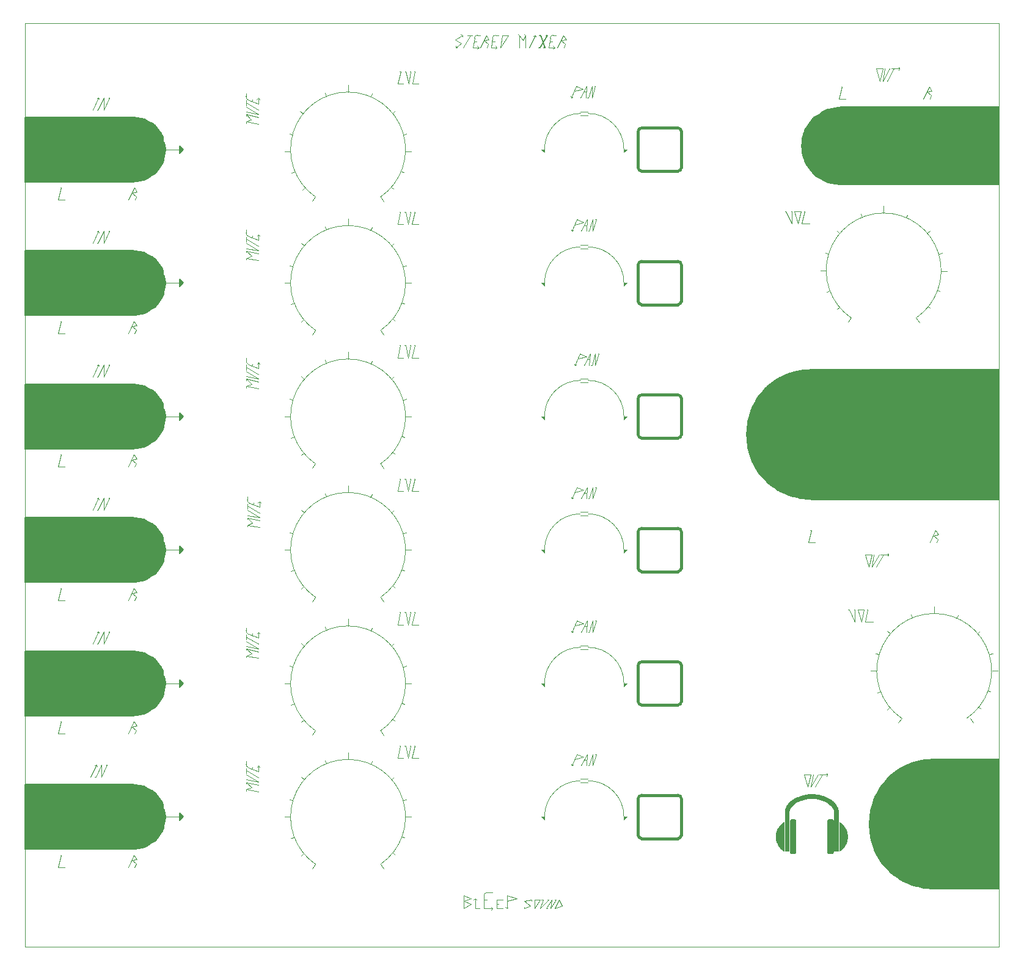
<source format=gto>
G04 #@! TF.GenerationSoftware,KiCad,Pcbnew,(6.0.1)*
G04 #@! TF.CreationDate,2022-09-12T17:21:21+02:00*
G04 #@! TF.ProjectId,Output-mixer,4f757470-7574-42d6-9d69-7865722e6b69,rev?*
G04 #@! TF.SameCoordinates,Original*
G04 #@! TF.FileFunction,Legend,Top*
G04 #@! TF.FilePolarity,Positive*
%FSLAX46Y46*%
G04 Gerber Fmt 4.6, Leading zero omitted, Abs format (unit mm)*
G04 Created by KiCad (PCBNEW (6.0.1)) date 2022-09-12 17:21:21*
%MOMM*%
%LPD*%
G01*
G04 APERTURE LIST*
%ADD10C,0.120000*%
%ADD11C,0.150000*%
%ADD12C,0.400000*%
%ADD13C,4.575000*%
%ADD14C,9.075000*%
%ADD15C,5.460165*%
%ADD16C,0.200000*%
G04 #@! TA.AperFunction,Profile*
%ADD17C,0.050000*%
G04 #@! TD*
%ADD18C,0.100000*%
%ADD19O,6.700000X4.200000*%
G04 APERTURE END LIST*
D10*
X96025000Y-155850000D02*
X96025000Y-157250000D01*
X97225000Y-157250000D02*
X98425000Y-157250000D01*
X94425000Y-157250000D02*
X95425000Y-156650000D01*
X95425000Y-156650000D02*
X94425000Y-156250000D01*
X96025000Y-157250000D02*
X96625000Y-157250000D01*
X97625000Y-155050000D02*
X98425000Y-155050000D01*
X99025000Y-157250000D02*
X99825000Y-157250000D01*
X100425000Y-155450000D02*
X101825000Y-155850000D01*
X97225000Y-155450000D02*
X97225000Y-157250000D01*
X97225000Y-156050000D02*
X97625000Y-156050000D01*
X99025000Y-156050000D02*
X99025000Y-157250000D01*
X100225000Y-157050000D02*
X100425000Y-157250000D01*
X99025000Y-156050000D02*
X99825000Y-156050000D01*
X100425000Y-157250000D02*
X100425000Y-157050000D01*
X100425000Y-155450000D02*
X100425000Y-157250000D01*
X101825000Y-155850000D02*
X100425000Y-156250000D01*
X99025000Y-156650000D02*
X99225000Y-156650000D01*
X94425000Y-156250000D02*
X95425000Y-155850000D01*
X100425000Y-157250000D02*
X100625000Y-157050000D01*
X94425000Y-155450000D02*
X94425000Y-157250000D01*
X95425000Y-155850000D02*
X94425000Y-155450000D01*
X107225000Y-156050000D02*
X107025000Y-156050000D01*
X102825000Y-157250000D02*
X102825000Y-157050000D01*
X104225000Y-156050000D02*
X104225000Y-157250000D01*
X105425000Y-156050000D02*
X105025000Y-157250000D01*
X105025000Y-157250000D02*
X106225000Y-156050000D01*
X107625000Y-156050000D02*
X107025000Y-157250000D01*
X107625000Y-156050000D02*
X108025000Y-156850000D01*
X103825000Y-156050000D02*
X103825000Y-156250000D01*
X96025000Y-155850000D02*
X95825000Y-156050000D01*
X96025000Y-155850000D02*
X96225000Y-156050000D01*
X106625000Y-156050000D02*
X106425000Y-157250000D01*
X97625000Y-155050000D02*
G75*
G03*
X97225000Y-155450000I-1J-399999D01*
G01*
X103625000Y-156850000D02*
X102825000Y-157250000D01*
X98425000Y-157250000D02*
X98225000Y-157050000D01*
X98425000Y-157250000D02*
X98225000Y-157450000D01*
X102825000Y-156250000D02*
X103625000Y-156850000D01*
X105025000Y-156050000D02*
X104225000Y-156050000D01*
X106425000Y-157250000D02*
X107225000Y-156050000D01*
X106625000Y-156050000D02*
X105825000Y-157250000D01*
X105425000Y-156050000D02*
X105225000Y-156050000D01*
X105825000Y-157250000D02*
X106025000Y-157250000D01*
X106225000Y-156050000D02*
X106025000Y-156050000D01*
X104225000Y-157250000D02*
X105025000Y-156050000D01*
X107025000Y-157250000D02*
X108025000Y-156850000D01*
X103825000Y-156050000D02*
X102825000Y-156250000D01*
X143725000Y-138700000D02*
X144425000Y-138700000D01*
X142125000Y-140400000D02*
X141625000Y-138700000D01*
X141625000Y-138700000D02*
X142525000Y-138700000D01*
X142825000Y-138700000D02*
X142525000Y-140400000D01*
X142525000Y-140400000D02*
X143525000Y-138700000D01*
X142525000Y-138700000D02*
X142125000Y-140400000D01*
X144125000Y-138700000D02*
X143125000Y-140400000D01*
X43825000Y-44850000D02*
X43625000Y-44950000D01*
X43725000Y-46550000D02*
X44525000Y-44850000D01*
X43725000Y-46550000D02*
X43625000Y-46550000D01*
X44525000Y-44850000D02*
X44525000Y-46550000D01*
X43825000Y-44850000D02*
X43925000Y-45050000D01*
X44525000Y-46550000D02*
X45325000Y-44850000D01*
X43025000Y-46550000D02*
X43825000Y-44850000D01*
X45325000Y-44850000D02*
X45225000Y-44850000D01*
X110125000Y-117350000D02*
X109425000Y-118950000D01*
D11*
X48625000Y-149050000D02*
X33625000Y-149050000D01*
X33625000Y-149050000D02*
X33625000Y-140050000D01*
X33625000Y-140050000D02*
X48625000Y-140050000D01*
X48625000Y-140050000D02*
X48625000Y-149050000D01*
G36*
X48625000Y-149050000D02*
G01*
X33625000Y-149050000D01*
X33625000Y-140050000D01*
X48625000Y-140050000D01*
X48625000Y-149050000D01*
G37*
X48625000Y-149050000D02*
X33625000Y-149050000D01*
X33625000Y-140050000D01*
X48625000Y-140050000D01*
X48625000Y-149050000D01*
D10*
X144825000Y-138700000D02*
X144725000Y-138900000D01*
D11*
X55595000Y-144550000D02*
X55095000Y-145050000D01*
X55095000Y-145050000D02*
X55095000Y-144050000D01*
X55095000Y-144050000D02*
X55595000Y-144550000D01*
G36*
X55595000Y-144550000D02*
G01*
X55095000Y-145050000D01*
X55095000Y-144050000D01*
X55595000Y-144550000D01*
G37*
X55595000Y-144550000D02*
X55095000Y-145050000D01*
X55095000Y-144050000D01*
X55595000Y-144550000D01*
D10*
X38625000Y-149850000D02*
X38225000Y-151550000D01*
X43425000Y-139050000D02*
X44225000Y-137350000D01*
X98825000Y-36200000D02*
G75*
G03*
X98425000Y-36600000I-1J-399999D01*
G01*
X65975000Y-66050000D02*
X64275000Y-65050000D01*
X73900000Y-77122083D02*
X73440000Y-77712083D01*
X95925000Y-37100000D02*
X96225000Y-37100000D01*
X110625000Y-65300000D02*
X111625000Y-65300000D01*
X112175000Y-81950000D02*
X112075000Y-81950000D01*
X66125000Y-100800000D02*
X65925000Y-101000000D01*
X116625000Y-126450000D02*
X116625000Y-126050000D01*
X116625000Y-126050000D02*
X117025000Y-126050000D01*
X117025000Y-126050000D02*
X116625000Y-126450000D01*
G36*
X116625000Y-126450000D02*
G01*
X116625000Y-126050000D01*
X117025000Y-126050000D01*
X116625000Y-126450000D01*
G37*
X116625000Y-126450000D02*
X116625000Y-126050000D01*
X117025000Y-126050000D01*
X116625000Y-126450000D01*
X64275000Y-67100000D02*
X64275000Y-67300000D01*
X65175000Y-103800000D02*
X64425000Y-104100000D01*
X65975000Y-81550000D02*
X65775000Y-81750000D01*
X72080000Y-57620000D02*
X72430000Y-57330000D01*
X44525000Y-81850000D02*
X44525000Y-83550000D01*
X84790000Y-120522083D02*
X84440000Y-120842083D01*
X86350000Y-60700000D02*
X86750000Y-62400000D01*
X167425000Y-127197083D02*
X167115000Y-127087083D01*
X150425000Y-115850000D02*
X150325000Y-115850000D01*
X64275000Y-84850000D02*
X64275000Y-85050000D01*
X69616895Y-89050000D02*
X70388507Y-89050000D01*
X86350000Y-134700000D02*
X86250000Y-134700000D01*
X144725000Y-71792083D02*
X145165000Y-71632083D01*
X65975000Y-64600000D02*
X65975000Y-63900000D01*
X87650000Y-134700000D02*
X87550000Y-134700000D01*
X111525000Y-61750000D02*
X111425000Y-63350000D01*
X49125000Y-150450000D02*
X48425000Y-150550000D01*
X65975000Y-138250000D02*
X65975000Y-137550000D01*
X86750000Y-99400000D02*
X87050000Y-97700000D01*
D12*
X118595000Y-49550000D02*
X118595000Y-54550000D01*
X119095000Y-123050001D02*
X124095000Y-123050001D01*
D10*
X116625000Y-126050000D02*
G75*
G03*
X111625000Y-121050000I-4936299J63701D01*
G01*
X65950000Y-47150000D02*
X64250000Y-46150000D01*
X86402701Y-144550000D02*
X87174313Y-144550000D01*
X71900000Y-131422083D02*
X72250000Y-131132083D01*
X86750000Y-117900000D02*
X87050000Y-116200000D01*
X86500000Y-142122083D02*
X86040000Y-142262083D01*
X112675000Y-80350000D02*
X112175000Y-81950000D01*
X38225000Y-114550000D02*
X39125000Y-114550000D01*
X64625000Y-81850000D02*
X65975000Y-82350000D01*
X70300000Y-86622083D02*
X70760000Y-86762083D01*
X49075000Y-58550000D02*
X48875000Y-59050000D01*
D12*
X124595000Y-49550000D02*
G75*
G03*
X124095000Y-49050000I-500001J-1D01*
G01*
D10*
X71715000Y-46730000D02*
X72125000Y-47080000D01*
X106425000Y-36600000D02*
X106225000Y-37900000D01*
X64275000Y-118750000D02*
G75*
G03*
X64625000Y-119250000I556367J16957D01*
G01*
X87250000Y-62400000D02*
X88150000Y-62400000D01*
X159055000Y-74032083D02*
X158815000Y-73832083D01*
X44525000Y-102050000D02*
X45325000Y-100350000D01*
X65975000Y-118950000D02*
X66175000Y-119150000D01*
D12*
X124095000Y-92050000D02*
G75*
G03*
X124595000Y-91550000I-1J500001D01*
G01*
D10*
X64250000Y-47200000D02*
X65000000Y-47900000D01*
D12*
X124595000Y-123550001D02*
G75*
G03*
X124095000Y-123050001I-500001J-1D01*
G01*
D10*
X110125000Y-98850000D02*
X111025000Y-99250000D01*
X84830000Y-75762083D02*
X84590000Y-75562083D01*
X82900000Y-77122083D02*
G75*
G03*
X73900000Y-77122083I-4500000J6572083D01*
G01*
X111425000Y-118150000D02*
X111125000Y-118150000D01*
X87280000Y-42900000D02*
X88180000Y-42900000D01*
X38625000Y-112850000D02*
X38525000Y-112850000D01*
X159825000Y-104850000D02*
X160225000Y-105450000D01*
X70300000Y-123622083D02*
X70760000Y-123762083D01*
X154775000Y-40850000D02*
X154675000Y-40650000D01*
D12*
X118595000Y-86550000D02*
X118595000Y-91550000D01*
D10*
X159825000Y-104850000D02*
X159025000Y-106550000D01*
X111925000Y-80350000D02*
X111825000Y-81950000D01*
D12*
X124095000Y-129050001D02*
G75*
G03*
X124595000Y-128550001I-1J500001D01*
G01*
D10*
X64275000Y-66100000D02*
X65025000Y-66800000D01*
D12*
X119095000Y-104550000D02*
G75*
G03*
X118595000Y-105050000I1J-500001D01*
G01*
D10*
X55095000Y-89050000D02*
X52595000Y-89050000D01*
X111675000Y-44850000D02*
X111575000Y-44850000D01*
X167725000Y-121897083D02*
X167265000Y-122037083D01*
X87050000Y-60700000D02*
X86950000Y-60700000D01*
X86140000Y-55202083D02*
X85830000Y-55092083D01*
X141175000Y-60600000D02*
X140775000Y-62300000D01*
X71900000Y-75922083D02*
X72250000Y-75632083D01*
X93325000Y-37900000D02*
X93325000Y-37700000D01*
X38625000Y-75850000D02*
X38525000Y-75850000D01*
X48725000Y-75850000D02*
X47925000Y-77550000D01*
X86380000Y-41200000D02*
X86280000Y-41200000D01*
X64275000Y-139750000D02*
X64275000Y-139950000D01*
X110025000Y-81850000D02*
X109825000Y-81950000D01*
X84790000Y-139022083D02*
X84440000Y-139342083D01*
X82900000Y-58622083D02*
X83350000Y-59232083D01*
D12*
X124595000Y-49550000D02*
X124595000Y-54550000D01*
D10*
X49025000Y-95550000D02*
X48825000Y-96050000D01*
X38625000Y-94350000D02*
X38225000Y-96050000D01*
X110525000Y-80350000D02*
X111425000Y-80750000D01*
X112775000Y-98850000D02*
X112675000Y-98850000D01*
X87050000Y-116200000D02*
X86950000Y-116200000D01*
X112775000Y-98850000D02*
X112275000Y-100450000D01*
D12*
X119095000Y-67550000D02*
X124095000Y-67550000D01*
D10*
X43725000Y-120550000D02*
X43625000Y-120550000D01*
X64275000Y-140750000D02*
X65975000Y-141050000D01*
X106225000Y-37900000D02*
X106925000Y-37900000D01*
X97925000Y-36800000D02*
X97225000Y-36900000D01*
X150975000Y-108200000D02*
X150575000Y-109900000D01*
X64275000Y-121250000D02*
X65975000Y-121650000D01*
D12*
X118595000Y-105050000D02*
X118595000Y-110050000D01*
D10*
X66125000Y-103050000D02*
X64425000Y-102050000D01*
X38625000Y-94350000D02*
X38525000Y-94350000D01*
X65025000Y-121950000D02*
X64275000Y-122250000D01*
D12*
X124595000Y-123550001D02*
X124595000Y-128550001D01*
D10*
X64275000Y-138500000D02*
X64275000Y-137800000D01*
X112275000Y-98850000D02*
X111775000Y-100450000D01*
X111775000Y-63350000D02*
X111675000Y-63350000D01*
X64275000Y-121250000D02*
X64275000Y-121450000D01*
X87650000Y-134700000D02*
X87250000Y-136400000D01*
X86200000Y-147422083D02*
X85890000Y-147312083D01*
X44525000Y-120550000D02*
X45325000Y-118850000D01*
D12*
X119095000Y-123050001D02*
G75*
G03*
X118595000Y-123550001I1J-500001D01*
G01*
X124595000Y-86550000D02*
X124595000Y-91550000D01*
D10*
X85250000Y-80900000D02*
X86050000Y-80900000D01*
X84830000Y-149762083D02*
X84590000Y-149562083D01*
X45325000Y-81850000D02*
X45225000Y-81850000D01*
X112675000Y-43250000D02*
X112175000Y-44850000D01*
X99525000Y-37900000D02*
X99775000Y-36200000D01*
X84830000Y-112762083D02*
X84590000Y-112562083D01*
X98225000Y-37900000D02*
X98925000Y-37900000D01*
D11*
X105025000Y-37900000D02*
X106025000Y-36200000D01*
D10*
X97525000Y-36200000D02*
X96725000Y-37900000D01*
X82900000Y-95622083D02*
X83350000Y-96232083D01*
X64250000Y-47200000D02*
X65950000Y-47600000D01*
X86750000Y-62400000D02*
X87050000Y-60700000D01*
X96325000Y-36200000D02*
X96725000Y-36200000D01*
D11*
X105125000Y-36200000D02*
X105725000Y-37900000D01*
D10*
X158925000Y-43350000D02*
X159325000Y-43950000D01*
X42725000Y-139050000D02*
X43525000Y-137350000D01*
X164125000Y-130897083D02*
G75*
G03*
X155125000Y-130897083I-4500000J6572083D01*
G01*
X65975000Y-118950000D02*
X65775000Y-119150000D01*
X112275000Y-117350000D02*
X112275000Y-118950000D01*
X64425000Y-103100000D02*
X65175000Y-103800000D01*
X116625000Y-70950000D02*
X116625000Y-70550000D01*
X116625000Y-70550000D02*
X117025000Y-70550000D01*
X117025000Y-70550000D02*
X116625000Y-70950000D01*
G36*
X116625000Y-70950000D02*
G01*
X116625000Y-70550000D01*
X117025000Y-70550000D01*
X116625000Y-70950000D01*
G37*
X116625000Y-70950000D02*
X116625000Y-70550000D01*
X117025000Y-70550000D01*
X116625000Y-70950000D01*
X152475000Y-40850000D02*
X152075000Y-42550000D01*
X43025000Y-102050000D02*
X43825000Y-100350000D01*
X64250000Y-47200000D02*
X64250000Y-47400000D01*
X93325000Y-37900000D02*
X93525000Y-37900000D01*
X82900000Y-151122083D02*
G75*
G03*
X73900000Y-151122083I-4500000J6572083D01*
G01*
X64425000Y-101850000D02*
X64425000Y-101150000D01*
X86402701Y-126050000D02*
X87174313Y-126050000D01*
X64275000Y-122250000D02*
X65975000Y-122550000D01*
X65325000Y-101300000D02*
X65325000Y-101000000D01*
X38625000Y-131350000D02*
X38225000Y-133050000D01*
X142575000Y-104850000D02*
X142175000Y-106550000D01*
X110125000Y-135850000D02*
X111025000Y-136250000D01*
D12*
X118595000Y-54550000D02*
G75*
G03*
X119095000Y-55050000I500001J1D01*
G01*
D10*
X110625000Y-120800000D02*
X111625000Y-120800000D01*
X150575000Y-109900000D02*
X150075000Y-108200000D01*
D11*
X48625000Y-112050000D02*
X33625000Y-112050000D01*
X33625000Y-112050000D02*
X33625000Y-103050000D01*
X33625000Y-103050000D02*
X48625000Y-103050000D01*
X48625000Y-103050000D02*
X48625000Y-112050000D01*
G36*
X48625000Y-112050000D02*
G01*
X33625000Y-112050000D01*
X33625000Y-103050000D01*
X48625000Y-103050000D01*
X48625000Y-112050000D01*
G37*
X48625000Y-112050000D02*
X33625000Y-112050000D01*
X33625000Y-103050000D01*
X48625000Y-103050000D01*
X48625000Y-112050000D01*
D10*
X66125000Y-100800000D02*
X66325000Y-101000000D01*
X75200000Y-81222083D02*
X75390000Y-81672083D01*
X78400000Y-81083694D02*
X78400000Y-80122083D01*
X43825000Y-100350000D02*
X43625000Y-100450000D01*
D13*
X50912500Y-107550000D02*
G75*
G03*
X50912500Y-107550000I-2287500J0D01*
G01*
D10*
X69616895Y-107550000D02*
X70388507Y-107550000D01*
X49025000Y-77050000D02*
X48825000Y-77550000D01*
X146825000Y-43350000D02*
X146425000Y-45050000D01*
X87250000Y-99400000D02*
X88150000Y-99400000D01*
X82900000Y-132622083D02*
G75*
G03*
X73900000Y-132622083I-4500000J6572083D01*
G01*
X82900000Y-114122083D02*
X83350000Y-114732083D01*
X70300000Y-105122083D02*
X70760000Y-105262083D01*
X116625000Y-107550000D02*
G75*
G03*
X111625000Y-102550000I-4936299J63701D01*
G01*
D12*
X118595000Y-147050000D02*
G75*
G03*
X119095000Y-147550000I500001J1D01*
G01*
D10*
X111525000Y-117350000D02*
X110725000Y-118950000D01*
X111775000Y-137450000D02*
X111675000Y-137450000D01*
X70500000Y-129022083D02*
X70940000Y-128862083D01*
X110625000Y-121050000D02*
G75*
G03*
X105625000Y-126050000I-31599J-4968401D01*
G01*
X97225000Y-36900000D02*
X97825000Y-37400000D01*
X44525000Y-65050000D02*
X45325000Y-63350000D01*
X43025000Y-83550000D02*
X43825000Y-81850000D01*
X86500000Y-123622083D02*
X86040000Y-123762083D01*
X116625000Y-70550000D02*
G75*
G03*
X111625000Y-65550000I-4936299J63701D01*
G01*
X110625000Y-47050000D02*
G75*
G03*
X105625000Y-52050000I-31599J-4968401D01*
G01*
X64275000Y-118750000D02*
X64275000Y-118350000D01*
X65975000Y-81550000D02*
X66175000Y-81750000D01*
X149425000Y-60992083D02*
X149615000Y-61442083D01*
X84790000Y-65022083D02*
X84440000Y-65342083D01*
X110525000Y-80350000D02*
X109825000Y-81950000D01*
X152475000Y-42550000D02*
X153475000Y-40850000D01*
X111325000Y-44050000D02*
X111025000Y-44050000D01*
X70300000Y-49902083D02*
X70760000Y-50042083D01*
X69616895Y-70550000D02*
X70388507Y-70550000D01*
X107925000Y-36900000D02*
X108525000Y-37400000D01*
X111025000Y-136250000D02*
X109825000Y-136550000D01*
X108625000Y-36800000D02*
X107925000Y-36900000D01*
X147825000Y-115850000D02*
X148625000Y-117550000D01*
X95925000Y-36600000D02*
X95725000Y-37900000D01*
X158925000Y-43350000D02*
X158125000Y-45050000D01*
X65000000Y-47900000D02*
X64250000Y-48200000D01*
X45325000Y-100350000D02*
X45225000Y-100350000D01*
X111775000Y-118950000D02*
X111675000Y-118950000D01*
X82900000Y-114122083D02*
G75*
G03*
X73900000Y-114122083I-4500000J6572083D01*
G01*
X65975000Y-63800000D02*
X65775000Y-64000000D01*
X110625000Y-139800000D02*
X111625000Y-139800000D01*
X94225000Y-36200000D02*
X93225000Y-36800000D01*
X73900000Y-114122083D02*
X73440000Y-114712083D01*
X159225000Y-44550000D02*
X159025000Y-45050000D01*
D11*
X168625000Y-56935165D02*
X146625000Y-56935165D01*
X146625000Y-56935165D02*
X146625000Y-46164835D01*
X146625000Y-46164835D02*
X168625000Y-46164835D01*
X168625000Y-46164835D02*
X168625000Y-56935165D01*
G36*
X168625000Y-56935165D02*
G01*
X146625000Y-56935165D01*
X146625000Y-46164835D01*
X168625000Y-46164835D01*
X168625000Y-56935165D01*
G37*
X168625000Y-56935165D02*
X146625000Y-56935165D01*
X146625000Y-46164835D01*
X168625000Y-46164835D01*
X168625000Y-56935165D01*
D10*
X64625000Y-64100000D02*
X65975000Y-64600000D01*
D11*
X105725000Y-37900000D02*
X105525000Y-37900000D01*
D10*
X160627701Y-68892083D02*
X161399313Y-68892083D01*
X142575000Y-104850000D02*
X142475000Y-104850000D01*
X110625000Y-84300000D02*
X111625000Y-84300000D01*
X65975000Y-139700000D02*
X64275000Y-138700000D01*
X65150000Y-45400000D02*
X65150000Y-45100000D01*
X155125000Y-130897083D02*
X154665000Y-131487083D01*
X84830000Y-131262083D02*
X84590000Y-131062083D01*
X87050000Y-79200000D02*
X86950000Y-79200000D01*
X148125000Y-75392083D02*
X147665000Y-75982083D01*
X65950000Y-44900000D02*
X65750000Y-45100000D01*
X44525000Y-100350000D02*
X44525000Y-102050000D01*
X65950000Y-44900000D02*
X66150000Y-45100000D01*
X64250000Y-44700000D02*
X64250000Y-44300000D01*
X81700000Y-44322083D02*
X81540000Y-44702083D01*
X73900000Y-132622083D02*
X73440000Y-133212083D01*
X103025000Y-36200000D02*
X102625000Y-36900000D01*
X64275000Y-81350000D02*
X64275000Y-80950000D01*
X48725000Y-112850000D02*
X47925000Y-114550000D01*
X78400000Y-62583694D02*
X78400000Y-61622083D01*
X111425000Y-43250000D02*
X111325000Y-44850000D01*
X146425000Y-45050000D02*
X147325000Y-45050000D01*
X87050000Y-134700000D02*
X86950000Y-134700000D01*
X49025000Y-132550000D02*
X48825000Y-133050000D01*
D11*
X48625000Y-130550000D02*
X33625000Y-130550000D01*
X33625000Y-130550000D02*
X33625000Y-121550000D01*
X33625000Y-121550000D02*
X48625000Y-121550000D01*
X48625000Y-121550000D02*
X48625000Y-130550000D01*
G36*
X48625000Y-130550000D02*
G01*
X33625000Y-130550000D01*
X33625000Y-121550000D01*
X48625000Y-121550000D01*
X48625000Y-130550000D01*
G37*
X48625000Y-130550000D02*
X33625000Y-130550000D01*
X33625000Y-121550000D01*
X48625000Y-121550000D01*
X48625000Y-130550000D01*
D10*
X71900000Y-102022083D02*
X72310000Y-102372083D01*
D12*
X118595000Y-110050000D02*
G75*
G03*
X119095000Y-110550000I500001J1D01*
G01*
D10*
X105225000Y-89050000D02*
X105625000Y-89050000D01*
X105625000Y-89050000D02*
X105625000Y-89450000D01*
X105625000Y-89450000D02*
X105225000Y-89050000D01*
G36*
X105625000Y-89450000D02*
G01*
X105225000Y-89050000D01*
X105625000Y-89050000D01*
X105625000Y-89450000D01*
G37*
X105625000Y-89450000D02*
X105225000Y-89050000D01*
X105625000Y-89050000D01*
X105625000Y-89450000D01*
X85250000Y-62400000D02*
X86050000Y-62400000D01*
X48475000Y-58050000D02*
X49075000Y-58550000D01*
X81700000Y-118322083D02*
X81540000Y-118702083D01*
X48425000Y-113550000D02*
X49025000Y-114050000D01*
X38625000Y-57350000D02*
X38525000Y-57350000D01*
X43825000Y-81850000D02*
X43925000Y-82050000D01*
X69616895Y-126050000D02*
X70388507Y-126050000D01*
X85650000Y-134700000D02*
X85550000Y-134700000D01*
X64425000Y-102750000D02*
X66125000Y-103050000D01*
X86350000Y-79200000D02*
X86250000Y-79200000D01*
X78400000Y-136583694D02*
X78400000Y-135622083D01*
X71900000Y-139022083D02*
X72310000Y-139372083D01*
D12*
X124095000Y-147550000D02*
X119095000Y-147550000D01*
D10*
X43525000Y-137350000D02*
X43625000Y-137550000D01*
X73900000Y-95622083D02*
X73440000Y-96212083D01*
X112275000Y-135850000D02*
X111775000Y-137450000D01*
X98825000Y-36200000D02*
X99225000Y-36200000D01*
X86350000Y-79200000D02*
X86750000Y-80900000D01*
X87050000Y-97700000D02*
X86950000Y-97700000D01*
X112275000Y-135850000D02*
X112275000Y-137450000D01*
X110625000Y-102800000D02*
X111625000Y-102800000D01*
X156425000Y-116497083D02*
X156615000Y-116947083D01*
D12*
X124595000Y-142050000D02*
X124595000Y-147050000D01*
X118595000Y-128550001D02*
G75*
G03*
X119095000Y-129050001I500001J1D01*
G01*
D13*
X50912500Y-144550000D02*
G75*
G03*
X50912500Y-144550000I-2287500J0D01*
G01*
D10*
X112775000Y-61750000D02*
X112675000Y-61750000D01*
X64275000Y-64850000D02*
X64275000Y-64150000D01*
X112275000Y-61750000D02*
X112275000Y-63350000D01*
X150425000Y-115850000D02*
X150025000Y-117550000D01*
D11*
X55595000Y-52050000D02*
X55095000Y-52550000D01*
X55095000Y-52550000D02*
X55095000Y-51550000D01*
X55095000Y-51550000D02*
X55595000Y-52050000D01*
G36*
X55595000Y-52050000D02*
G01*
X55095000Y-52550000D01*
X55095000Y-51550000D01*
X55595000Y-52050000D01*
G37*
X55595000Y-52050000D02*
X55095000Y-52550000D01*
X55095000Y-51550000D01*
X55595000Y-52050000D01*
X48625000Y-75050000D02*
X33625000Y-75050000D01*
X33625000Y-75050000D02*
X33625000Y-66050000D01*
X33625000Y-66050000D02*
X48625000Y-66050000D01*
X48625000Y-66050000D02*
X48625000Y-75050000D01*
G36*
X48625000Y-75050000D02*
G01*
X33625000Y-75050000D01*
X33625000Y-66050000D01*
X48625000Y-66050000D01*
X48625000Y-75050000D01*
G37*
X48625000Y-75050000D02*
X33625000Y-75050000D01*
X33625000Y-66050000D01*
X48625000Y-66050000D01*
X48625000Y-75050000D01*
D10*
X109525000Y-44750000D02*
X109325000Y-44850000D01*
X85650000Y-97700000D02*
X85550000Y-97700000D01*
D12*
X124595000Y-142050000D02*
G75*
G03*
X124095000Y-141550000I-500001J-1D01*
G01*
D10*
X144825000Y-138700000D02*
X144725000Y-138500000D01*
X111525000Y-117350000D02*
X111425000Y-118950000D01*
X160125000Y-106050000D02*
X159925000Y-106550000D01*
X110125000Y-135850000D02*
X109425000Y-137450000D01*
X111425000Y-62550000D02*
X111125000Y-62550000D01*
X149525000Y-117550000D02*
X149025000Y-115850000D01*
X48725000Y-112850000D02*
X49125000Y-113450000D01*
X111525000Y-98850000D02*
X111425000Y-100450000D01*
X108225000Y-36200000D02*
X107425000Y-37900000D01*
X109625000Y-118850000D02*
X109425000Y-118950000D01*
X48725000Y-75850000D02*
X49125000Y-76450000D01*
X146825000Y-43350000D02*
X146725000Y-43350000D01*
X164625000Y-130897083D02*
X165075000Y-131507083D01*
X110625000Y-65800000D02*
X111625000Y-65800000D01*
X86500000Y-105122083D02*
X86040000Y-105262083D01*
X55095000Y-52050000D02*
X52595000Y-52050000D01*
X65025000Y-140450000D02*
X64275000Y-140750000D01*
X64275000Y-83850000D02*
X65975000Y-84250000D01*
X43525000Y-137350000D02*
X43325000Y-137450000D01*
X38225000Y-77550000D02*
X39125000Y-77550000D01*
X64275000Y-63600000D02*
G75*
G03*
X64625000Y-64100000I556367J16957D01*
G01*
D11*
X105125000Y-36200000D02*
X104925000Y-36200000D01*
D10*
X160225000Y-105450000D02*
X159525000Y-105550000D01*
X44525000Y-83550000D02*
X45325000Y-81850000D01*
X65025000Y-66800000D02*
X64275000Y-67100000D01*
X108525000Y-37400000D02*
X108325000Y-37900000D01*
X87650000Y-79200000D02*
X87250000Y-80900000D01*
X110625000Y-83800000D02*
X111625000Y-83800000D01*
X112775000Y-117350000D02*
X112675000Y-117350000D01*
X97825000Y-37400000D02*
X97625000Y-37900000D01*
X86380000Y-41200000D02*
X86780000Y-42900000D01*
X87650000Y-79200000D02*
X87550000Y-79200000D01*
X94225000Y-36200000D02*
X94025000Y-36100000D01*
X110625000Y-121300000D02*
X111625000Y-121300000D01*
X43725000Y-65050000D02*
X44525000Y-63350000D01*
D11*
X48625000Y-93550000D02*
X33625000Y-93550000D01*
X33625000Y-93550000D02*
X33625000Y-84550000D01*
X33625000Y-84550000D02*
X48625000Y-84550000D01*
X48625000Y-84550000D02*
X48625000Y-93550000D01*
G36*
X48625000Y-93550000D02*
G01*
X33625000Y-93550000D01*
X33625000Y-84550000D01*
X48625000Y-84550000D01*
X48625000Y-93550000D01*
G37*
X48625000Y-93550000D02*
X33625000Y-93550000D01*
X33625000Y-84550000D01*
X48625000Y-84550000D01*
X48625000Y-93550000D01*
D10*
X69616895Y-52330000D02*
X70388507Y-52330000D01*
X86500000Y-49902083D02*
X86040000Y-50042083D01*
D14*
X164162500Y-145550000D02*
G75*
G03*
X164162500Y-145550000I-4537500J0D01*
G01*
D10*
X49125000Y-76450000D02*
X48425000Y-76550000D01*
X150841895Y-124325000D02*
X151613507Y-124325000D01*
X107025000Y-37900000D02*
X106825000Y-37700000D01*
X109825000Y-81950000D02*
X109725000Y-81750000D01*
X111025000Y-62150000D02*
X109825000Y-62450000D01*
X48425000Y-76550000D02*
X49025000Y-77050000D01*
X160725000Y-66392083D02*
X160265000Y-66532083D01*
X146125000Y-63292083D02*
X146535000Y-63642083D01*
D11*
X48625000Y-56550000D02*
X33625000Y-56550000D01*
X33625000Y-56550000D02*
X33625000Y-47550000D01*
X33625000Y-47550000D02*
X48625000Y-47550000D01*
X48625000Y-47550000D02*
X48625000Y-56550000D01*
G36*
X48625000Y-56550000D02*
G01*
X33625000Y-56550000D01*
X33625000Y-47550000D01*
X48625000Y-47550000D01*
X48625000Y-56550000D01*
G37*
X48625000Y-56550000D02*
X33625000Y-56550000D01*
X33625000Y-47550000D01*
X48625000Y-47550000D01*
X48625000Y-56550000D01*
D10*
X64425000Y-103100000D02*
X66125000Y-103500000D01*
X82900000Y-77122083D02*
X83350000Y-77732083D01*
X65975000Y-83800000D02*
X64275000Y-82800000D01*
X82900000Y-58622083D02*
G75*
G03*
X73900000Y-58622083I-4500000J6572083D01*
G01*
D12*
X119095000Y-86050000D02*
G75*
G03*
X118595000Y-86550000I1J-500001D01*
G01*
D10*
X55095000Y-107550000D02*
X52595000Y-107550000D01*
X64600000Y-45200000D02*
X65950000Y-45700000D01*
X87650000Y-60700000D02*
X87250000Y-62400000D01*
X147825000Y-115850000D02*
X147725000Y-115850000D01*
X64275000Y-66100000D02*
X64275000Y-66300000D01*
X87680000Y-41200000D02*
X87280000Y-42900000D01*
X86780000Y-42900000D02*
X87080000Y-41200000D01*
X43825000Y-63350000D02*
X43925000Y-63550000D01*
D15*
X149355082Y-51550000D02*
G75*
G03*
X149355082Y-51550000I-2730082J0D01*
G01*
D10*
X110025000Y-43250000D02*
X109325000Y-44850000D01*
X105225000Y-52050000D02*
X105625000Y-52050000D01*
X105625000Y-52050000D02*
X105625000Y-52450000D01*
X105625000Y-52450000D02*
X105225000Y-52050000D01*
G36*
X105625000Y-52450000D02*
G01*
X105225000Y-52050000D01*
X105625000Y-52050000D01*
X105625000Y-52450000D01*
G37*
X105625000Y-52450000D02*
X105225000Y-52050000D01*
X105625000Y-52050000D01*
X105625000Y-52450000D01*
X73900000Y-58622083D02*
X73440000Y-59212083D01*
X86402701Y-107550000D02*
X87174313Y-107550000D01*
D13*
X50912500Y-70550000D02*
G75*
G03*
X50912500Y-70550000I-2287500J0D01*
G01*
D10*
X153275000Y-108200000D02*
X153175000Y-108400000D01*
X109625000Y-63250000D02*
X109425000Y-63350000D01*
X64250000Y-46850000D02*
X65950000Y-47150000D01*
X85250000Y-136400000D02*
X86050000Y-136400000D01*
X64275000Y-67100000D02*
X65975000Y-67400000D01*
X64275000Y-64450000D02*
X65975000Y-65450000D01*
X111025000Y-117750000D02*
X109825000Y-118050000D01*
X159625000Y-116358694D02*
X159625000Y-115397083D01*
X48775000Y-57350000D02*
X47975000Y-59050000D01*
X152875000Y-108200000D02*
X153275000Y-108200000D01*
X112675000Y-80350000D02*
X112675000Y-81950000D01*
X64425000Y-101450000D02*
X66125000Y-102450000D01*
X64250000Y-48200000D02*
X65950000Y-48500000D01*
X64625000Y-119250000D02*
X65975000Y-119750000D01*
X44525000Y-118850000D02*
X44525000Y-120550000D01*
X64275000Y-83850000D02*
X64275000Y-84050000D01*
X159525000Y-105550000D02*
X160125000Y-106050000D01*
X85650000Y-116200000D02*
X85550000Y-116200000D01*
D12*
X118595000Y-91550000D02*
G75*
G03*
X119095000Y-92050000I500001J1D01*
G01*
D10*
X64250000Y-44700000D02*
G75*
G03*
X64600000Y-45200000I556367J16957D01*
G01*
X84790000Y-83522083D02*
X84440000Y-83842083D01*
X85650000Y-97700000D02*
X85250000Y-99400000D01*
X86350000Y-60700000D02*
X86250000Y-60700000D01*
X98425000Y-36600000D02*
X98225000Y-37900000D01*
X43025000Y-65050000D02*
X43825000Y-63350000D01*
X111425000Y-99650000D02*
X111125000Y-99650000D01*
X38625000Y-112850000D02*
X38225000Y-114550000D01*
X49125000Y-113450000D02*
X48425000Y-113550000D01*
X98425000Y-37100000D02*
X98725000Y-37100000D01*
X82900000Y-151122083D02*
X83350000Y-151732083D01*
X64425000Y-104100000D02*
X66125000Y-104400000D01*
X96325000Y-36200000D02*
G75*
G03*
X95925000Y-36600000I-1J-399999D01*
G01*
D13*
X50912500Y-52050000D02*
G75*
G03*
X50912500Y-52050000I-2287500J0D01*
G01*
D10*
X110125000Y-61750000D02*
X111025000Y-62150000D01*
X111425000Y-43250000D02*
X110625000Y-44850000D01*
X64775000Y-101100000D02*
X66125000Y-101600000D01*
X65175000Y-119450000D02*
X65175000Y-119150000D01*
X65175000Y-82050000D02*
X65175000Y-81750000D01*
X64625000Y-137750000D02*
X65975000Y-138250000D01*
X146125000Y-74192083D02*
X146475000Y-73902083D01*
X110025000Y-43250000D02*
X110925000Y-43650000D01*
X43825000Y-118850000D02*
X43925000Y-119050000D01*
X48775000Y-57350000D02*
X49175000Y-57950000D01*
X110625000Y-102550000D02*
G75*
G03*
X105625000Y-107550000I-31599J-4968401D01*
G01*
X103525000Y-37900000D02*
X104325000Y-36200000D01*
X64275000Y-121250000D02*
X65025000Y-121950000D01*
X49125000Y-94950000D02*
X48425000Y-95050000D01*
X112275000Y-61750000D02*
X111775000Y-63350000D01*
X75200000Y-62722083D02*
X75390000Y-63172083D01*
D13*
X50912500Y-89050000D02*
G75*
G03*
X50912500Y-89050000I-2287500J0D01*
G01*
D10*
X85650000Y-116200000D02*
X85250000Y-117900000D01*
X100575000Y-36200000D02*
X99525000Y-37900000D01*
X49025000Y-151050000D02*
X48825000Y-151550000D01*
X45325000Y-118850000D02*
X45225000Y-118850000D01*
D11*
X55595000Y-107550000D02*
X55095000Y-108050000D01*
X55095000Y-108050000D02*
X55095000Y-107050000D01*
X55095000Y-107050000D02*
X55595000Y-107550000D01*
G36*
X55595000Y-107550000D02*
G01*
X55095000Y-108050000D01*
X55095000Y-107050000D01*
X55595000Y-107550000D01*
G37*
X55595000Y-107550000D02*
X55095000Y-108050000D01*
X55095000Y-107050000D01*
X55595000Y-107550000D01*
D10*
X38225000Y-133050000D02*
X39125000Y-133050000D01*
X64425000Y-100600000D02*
X64425000Y-100200000D01*
X116625000Y-144950000D02*
X116625000Y-144550000D01*
X116625000Y-144550000D02*
X117025000Y-144550000D01*
X117025000Y-144550000D02*
X116625000Y-144950000D01*
G36*
X116625000Y-144950000D02*
G01*
X116625000Y-144550000D01*
X117025000Y-144550000D01*
X116625000Y-144950000D01*
G37*
X116625000Y-144950000D02*
X116625000Y-144550000D01*
X117025000Y-144550000D01*
X116625000Y-144950000D01*
X64275000Y-139750000D02*
X65025000Y-140450000D01*
X86750000Y-80900000D02*
X87050000Y-79200000D01*
X70500000Y-147522083D02*
X70940000Y-147362083D01*
X49175000Y-57950000D02*
X48475000Y-58050000D01*
X105225000Y-144550000D02*
X105625000Y-144550000D01*
X105625000Y-144550000D02*
X105625000Y-144950000D01*
X105625000Y-144950000D02*
X105225000Y-144550000D01*
G36*
X105625000Y-144950000D02*
G01*
X105225000Y-144550000D01*
X105625000Y-144550000D01*
X105625000Y-144950000D01*
G37*
X105625000Y-144950000D02*
X105225000Y-144550000D01*
X105625000Y-144550000D01*
X105625000Y-144950000D01*
D12*
X124595000Y-105050000D02*
G75*
G03*
X124095000Y-104550000I-500001J-1D01*
G01*
D11*
X55595000Y-89050000D02*
X55095000Y-89550000D01*
X55095000Y-89550000D02*
X55095000Y-88550000D01*
X55095000Y-88550000D02*
X55595000Y-89050000D01*
G36*
X55595000Y-89050000D02*
G01*
X55095000Y-89550000D01*
X55095000Y-88550000D01*
X55595000Y-89050000D01*
G37*
X55595000Y-89050000D02*
X55095000Y-89550000D01*
X55095000Y-88550000D01*
X55595000Y-89050000D01*
D10*
X93225000Y-36800000D02*
X94125000Y-37300000D01*
X95325000Y-36200000D02*
X94325000Y-37900000D01*
X38625000Y-149850000D02*
X38525000Y-149850000D01*
X82900000Y-95622083D02*
G75*
G03*
X73900000Y-95622083I-4500000J6572083D01*
G01*
X105225000Y-70550000D02*
X105625000Y-70550000D01*
X105625000Y-70550000D02*
X105625000Y-70950000D01*
X105625000Y-70950000D02*
X105225000Y-70550000D01*
G36*
X105625000Y-70950000D02*
G01*
X105225000Y-70550000D01*
X105625000Y-70550000D01*
X105625000Y-70950000D01*
G37*
X105625000Y-70950000D02*
X105225000Y-70550000D01*
X105625000Y-70550000D01*
X105625000Y-70950000D01*
X166055000Y-129537083D02*
X165815000Y-129337083D01*
X116625000Y-52050000D02*
G75*
G03*
X111625000Y-47050000I-4936299J63701D01*
G01*
X150975000Y-109900000D02*
X151975000Y-108200000D01*
X96525000Y-37900000D02*
X96325000Y-38100000D01*
X110625000Y-139300000D02*
X111625000Y-139300000D01*
X151575000Y-40850000D02*
X152475000Y-40850000D01*
D12*
X124095000Y-92050000D02*
X119095000Y-92050000D01*
D10*
X102125000Y-36200000D02*
X101925000Y-36100000D01*
X85650000Y-60700000D02*
X85250000Y-62400000D01*
X112775000Y-117350000D02*
X112275000Y-118950000D01*
D12*
X119095000Y-49050000D02*
G75*
G03*
X118595000Y-49550000I1J-500001D01*
G01*
D10*
X111425000Y-136650000D02*
X111125000Y-136650000D01*
X149025000Y-115850000D02*
X149925000Y-115850000D01*
X109425000Y-137450000D02*
X109325000Y-137250000D01*
X106825000Y-36200000D02*
X107225000Y-36200000D01*
X152175000Y-108200000D02*
X152875000Y-108200000D01*
D12*
X118595000Y-73050000D02*
G75*
G03*
X119095000Y-73550000I500001J1D01*
G01*
D10*
X48425000Y-132050000D02*
X49025000Y-132550000D01*
X64275000Y-82200000D02*
X65975000Y-83200000D01*
X112775000Y-135850000D02*
X112675000Y-135850000D01*
X48725000Y-131350000D02*
X47925000Y-133050000D01*
D11*
X55595000Y-70550000D02*
X55095000Y-71050000D01*
X55095000Y-71050000D02*
X55095000Y-70050000D01*
X55095000Y-70050000D02*
X55595000Y-70550000D01*
G36*
X55595000Y-70550000D02*
G01*
X55095000Y-71050000D01*
X55095000Y-70050000D01*
X55595000Y-70550000D01*
G37*
X55595000Y-70550000D02*
X55095000Y-71050000D01*
X55095000Y-70050000D01*
X55595000Y-70550000D01*
D10*
X87250000Y-117900000D02*
X88150000Y-117900000D01*
X48725000Y-149850000D02*
X47925000Y-151550000D01*
X85250000Y-99400000D02*
X86050000Y-99400000D01*
X141675000Y-60600000D02*
X141575000Y-60600000D01*
X157125000Y-75392083D02*
G75*
G03*
X148125000Y-75392083I-4500000J6572083D01*
G01*
D12*
X124595000Y-105050000D02*
X124595000Y-110050000D01*
D10*
X65975000Y-119750000D02*
X65975000Y-119050000D01*
X64250000Y-45950000D02*
X64250000Y-45250000D01*
X43725000Y-102050000D02*
X43625000Y-102050000D01*
D12*
X118595000Y-123550001D02*
X118595000Y-128550001D01*
D10*
X148625000Y-117550000D02*
X148625000Y-115850000D01*
X55095000Y-70550000D02*
X52595000Y-70550000D01*
X154375000Y-40850000D02*
X154775000Y-40850000D01*
X43725000Y-83550000D02*
X43625000Y-83550000D01*
X110625000Y-47300000D02*
X111625000Y-47300000D01*
X152775000Y-40850000D02*
X152475000Y-42550000D01*
X95725000Y-37900000D02*
X96425000Y-37900000D01*
X43825000Y-81850000D02*
X43625000Y-81950000D01*
X81700000Y-81322083D02*
X81540000Y-81702083D01*
X71900000Y-120522083D02*
X72310000Y-120872083D01*
X84950000Y-46685000D02*
X84600000Y-47005000D01*
X99775000Y-36200000D02*
X100575000Y-36200000D01*
X70500000Y-73522083D02*
X70940000Y-73362083D01*
X110625000Y-65550000D02*
G75*
G03*
X105625000Y-70550000I-31599J-4968401D01*
G01*
X38625000Y-75850000D02*
X38225000Y-77550000D01*
X55095000Y-126050000D02*
X52595000Y-126050000D01*
D12*
X118595000Y-68050000D02*
X118595000Y-73050000D01*
D10*
X116625000Y-52450000D02*
X116625000Y-52050000D01*
X116625000Y-52050000D02*
X117025000Y-52050000D01*
X117025000Y-52050000D02*
X116625000Y-52450000D01*
G36*
X116625000Y-52450000D02*
G01*
X116625000Y-52050000D01*
X117025000Y-52050000D01*
X116625000Y-52450000D01*
G37*
X116625000Y-52450000D02*
X116625000Y-52050000D01*
X117025000Y-52050000D01*
X116625000Y-52450000D01*
D12*
X124595000Y-68050000D02*
G75*
G03*
X124095000Y-67550000I-500001J-1D01*
G01*
D10*
X112175000Y-43250000D02*
X112175000Y-44850000D01*
X64275000Y-83850000D02*
X65025000Y-84550000D01*
X102625000Y-36900000D02*
X102125000Y-36200000D01*
X103025000Y-36200000D02*
X103025000Y-37900000D01*
X158625000Y-44050000D02*
X159225000Y-44550000D01*
X111775000Y-100450000D02*
X111675000Y-100450000D01*
X87250000Y-80900000D02*
X88150000Y-80900000D01*
X94225000Y-36200000D02*
X94225000Y-36400000D01*
X110625000Y-84050000D02*
G75*
G03*
X105625000Y-89050000I-31599J-4968401D01*
G01*
D12*
X119095000Y-86050000D02*
X124095000Y-86050000D01*
D10*
X65975000Y-63800000D02*
X66175000Y-64000000D01*
D12*
X124595000Y-86550000D02*
G75*
G03*
X124095000Y-86050000I-500001J-1D01*
G01*
D10*
X94925000Y-36200000D02*
X95625000Y-36200000D01*
D12*
X124095000Y-73550000D02*
X119095000Y-73550000D01*
D10*
X86500000Y-86622083D02*
X86040000Y-86762083D01*
X143841895Y-68820000D02*
X144613507Y-68820000D01*
X109425000Y-63350000D02*
X109325000Y-63150000D01*
X38225000Y-151550000D02*
X39125000Y-151550000D01*
X64425000Y-100600000D02*
G75*
G03*
X64775000Y-101100000I556367J16957D01*
G01*
X111525000Y-135850000D02*
X110725000Y-137450000D01*
X86200000Y-73422083D02*
X85890000Y-73312083D01*
X152575000Y-108200000D02*
X151575000Y-109900000D01*
X48425000Y-150550000D02*
X49025000Y-151050000D01*
X65175000Y-64300000D02*
X65175000Y-64000000D01*
X112275000Y-98850000D02*
X112275000Y-100450000D01*
X105225000Y-126050000D02*
X105625000Y-126050000D01*
X105625000Y-126050000D02*
X105625000Y-126450000D01*
X105625000Y-126450000D02*
X105225000Y-126050000D01*
G36*
X105625000Y-126450000D02*
G01*
X105225000Y-126050000D01*
X105625000Y-126050000D01*
X105625000Y-126450000D01*
G37*
X105625000Y-126450000D02*
X105225000Y-126050000D01*
X105625000Y-126050000D01*
X105625000Y-126450000D01*
X85650000Y-79200000D02*
X85250000Y-80900000D01*
X64275000Y-137250000D02*
X64275000Y-136850000D01*
X75200000Y-44222083D02*
X75390000Y-44672083D01*
D11*
X55595000Y-126050000D02*
X55095000Y-126550000D01*
X55095000Y-126550000D02*
X55095000Y-125550000D01*
X55095000Y-125550000D02*
X55595000Y-126050000D01*
G36*
X55595000Y-126050000D02*
G01*
X55095000Y-126550000D01*
X55095000Y-125550000D01*
X55595000Y-126050000D01*
G37*
X55595000Y-126050000D02*
X55095000Y-126550000D01*
X55095000Y-125550000D01*
X55595000Y-126050000D01*
D10*
X86500000Y-68122083D02*
X86040000Y-68262083D01*
X64275000Y-84850000D02*
X65975000Y-85150000D01*
X78400000Y-99583694D02*
X78400000Y-98622083D01*
X64275000Y-119600000D02*
X65975000Y-120600000D01*
X150025000Y-117550000D02*
X151125000Y-117550000D01*
X111825000Y-81150000D02*
X111525000Y-81150000D01*
X48725000Y-94350000D02*
X47925000Y-96050000D01*
X78400000Y-44083694D02*
X78400000Y-43122083D01*
X104325000Y-36200000D02*
X104425000Y-36400000D01*
X85250000Y-117900000D02*
X86050000Y-117900000D01*
X85650000Y-60700000D02*
X85550000Y-60700000D01*
X66125000Y-101600000D02*
X66125000Y-100900000D01*
X86402701Y-70550000D02*
X87174313Y-70550000D01*
X86350000Y-97700000D02*
X86250000Y-97700000D01*
D12*
X119095000Y-104550000D02*
X124095000Y-104550000D01*
D10*
X71900000Y-94422083D02*
X72250000Y-94132083D01*
X112775000Y-135850000D02*
X112275000Y-137450000D01*
X112175000Y-43250000D02*
X111675000Y-44850000D01*
X110625000Y-46800000D02*
X111625000Y-46800000D01*
X141675000Y-60600000D02*
X141275000Y-62300000D01*
X64275000Y-120000000D02*
X64275000Y-119300000D01*
X65025000Y-84550000D02*
X64275000Y-84850000D01*
X155925000Y-61092083D02*
X155765000Y-61472083D01*
X64275000Y-83500000D02*
X65975000Y-83800000D01*
X64275000Y-139750000D02*
X65975000Y-140150000D01*
X64275000Y-63600000D02*
X64275000Y-63200000D01*
X86200000Y-91922083D02*
X85890000Y-91812083D01*
X116625000Y-89050000D02*
G75*
G03*
X111625000Y-84050000I-4936299J63701D01*
G01*
X104325000Y-36200000D02*
X104125000Y-36300000D01*
X78400000Y-118083694D02*
X78400000Y-117122083D01*
D12*
X124095000Y-129050001D02*
X119095000Y-129050001D01*
D10*
X144425000Y-138700000D02*
X144825000Y-138700000D01*
X86350000Y-134700000D02*
X86750000Y-136400000D01*
X65975000Y-82350000D02*
X65975000Y-81650000D01*
X64275000Y-139400000D02*
X65975000Y-139700000D01*
X43825000Y-63350000D02*
X43625000Y-63450000D01*
X94125000Y-37300000D02*
X93325000Y-37900000D01*
X81700000Y-62822083D02*
X81540000Y-63202083D01*
X110925000Y-43650000D02*
X109725000Y-43950000D01*
X154775000Y-40850000D02*
X154675000Y-41050000D01*
X86350000Y-116200000D02*
X86250000Y-116200000D01*
X64275000Y-81350000D02*
G75*
G03*
X64625000Y-81850000I556367J16957D01*
G01*
X154075000Y-40850000D02*
X153075000Y-42550000D01*
X109425000Y-118950000D02*
X109325000Y-118750000D01*
D12*
X119095000Y-67550000D02*
G75*
G03*
X118595000Y-68050000I1J-500001D01*
G01*
D10*
X85280000Y-42900000D02*
X86080000Y-42900000D01*
X71900000Y-65022083D02*
X72310000Y-65372083D01*
X86750000Y-136400000D02*
X87050000Y-134700000D01*
X64425000Y-104100000D02*
X64425000Y-104300000D01*
X116625000Y-144550000D02*
G75*
G03*
X111625000Y-139550000I-4936299J63701D01*
G01*
X43725000Y-65050000D02*
X43625000Y-65050000D01*
X112275000Y-117350000D02*
X111775000Y-118950000D01*
X64275000Y-66100000D02*
X65975000Y-66500000D01*
X82900000Y-132622083D02*
X83350000Y-133232083D01*
X139075000Y-60600000D02*
X138975000Y-60600000D01*
X111525000Y-135850000D02*
X111425000Y-137450000D01*
X64425000Y-103100000D02*
X64425000Y-103300000D01*
X152075000Y-42550000D02*
X151575000Y-40850000D01*
X99025000Y-37900000D02*
X98825000Y-38100000D01*
X99025000Y-37900000D02*
X98825000Y-37700000D01*
X69616895Y-144550000D02*
X70388507Y-144550000D01*
X109325000Y-44850000D02*
X109225000Y-44650000D01*
X167627701Y-124325000D02*
X168399313Y-124325000D01*
X87650000Y-60700000D02*
X87550000Y-60700000D01*
X70500000Y-92022083D02*
X70940000Y-91862083D01*
X106825000Y-36200000D02*
G75*
G03*
X106425000Y-36600000I-1J-399999D01*
G01*
X45325000Y-63350000D02*
X45225000Y-63350000D01*
X110125000Y-98850000D02*
X109425000Y-100450000D01*
D12*
X119095000Y-49050000D02*
X124095000Y-49050000D01*
D10*
X70500000Y-110522083D02*
X70940000Y-110362083D01*
X87080000Y-41200000D02*
X86980000Y-41200000D01*
X70300000Y-68122083D02*
X70760000Y-68262083D01*
X110625000Y-139550000D02*
G75*
G03*
X105625000Y-144550000I-31599J-4968401D01*
G01*
X64275000Y-122250000D02*
X64275000Y-122450000D01*
D12*
X119095000Y-141550000D02*
X124095000Y-141550000D01*
D10*
X49125000Y-131950000D02*
X48425000Y-132050000D01*
X148625000Y-115850000D02*
X148525000Y-115850000D01*
X84790000Y-102022083D02*
X84440000Y-102342083D01*
X151275000Y-108200000D02*
X150975000Y-109900000D01*
X84670000Y-57530000D02*
X84430000Y-57330000D01*
X113175000Y-80350000D02*
X113075000Y-80350000D01*
X153125000Y-129697083D02*
X153475000Y-129407083D01*
X43425000Y-139050000D02*
X43325000Y-139050000D01*
X81700000Y-136822083D02*
X81540000Y-137202083D01*
X87650000Y-97700000D02*
X87250000Y-99400000D01*
X64275000Y-82600000D02*
X64275000Y-81900000D01*
X43725000Y-83550000D02*
X44525000Y-81850000D01*
X112775000Y-61750000D02*
X112275000Y-63350000D01*
X139875000Y-60600000D02*
X139775000Y-60600000D01*
X64250000Y-48200000D02*
X64250000Y-48400000D01*
X64275000Y-65750000D02*
X65975000Y-66050000D01*
X86200000Y-128922083D02*
X85890000Y-128812083D01*
X48725000Y-94350000D02*
X49125000Y-94950000D01*
X151725000Y-127297083D02*
X152165000Y-127137083D01*
X113175000Y-80350000D02*
X112675000Y-81950000D01*
X111525000Y-61750000D02*
X110725000Y-63350000D01*
X85680000Y-41200000D02*
X85580000Y-41200000D01*
X159015000Y-63292083D02*
X158665000Y-63612083D01*
X103025000Y-36200000D02*
X102825000Y-36100000D01*
X49025000Y-114050000D02*
X48825000Y-114550000D01*
X159325000Y-43950000D02*
X158625000Y-44050000D01*
X81700000Y-99822083D02*
X81540000Y-100202083D01*
X87650000Y-116200000D02*
X87250000Y-117900000D01*
X85650000Y-79200000D02*
X85550000Y-79200000D01*
X110125000Y-117350000D02*
X111025000Y-117750000D01*
X65175000Y-137950000D02*
X65175000Y-137650000D01*
X140275000Y-60600000D02*
X141175000Y-60600000D01*
X111525000Y-98850000D02*
X110725000Y-100450000D01*
X44525000Y-63350000D02*
X44525000Y-65050000D01*
X87650000Y-97700000D02*
X87550000Y-97700000D01*
D12*
X118595000Y-142050000D02*
X118595000Y-147050000D01*
D10*
X44225000Y-137350000D02*
X44225000Y-139050000D01*
X107025000Y-37900000D02*
X106825000Y-38100000D01*
D12*
X124095000Y-55050000D02*
G75*
G03*
X124595000Y-54550000I-1J500001D01*
G01*
D10*
X43825000Y-118850000D02*
X43625000Y-118950000D01*
X75200000Y-99722083D02*
X75390000Y-100172083D01*
X105225000Y-107550000D02*
X105625000Y-107550000D01*
X105625000Y-107550000D02*
X105625000Y-107950000D01*
X105625000Y-107950000D02*
X105225000Y-107550000D01*
G36*
X105625000Y-107950000D02*
G01*
X105225000Y-107550000D01*
X105625000Y-107550000D01*
X105625000Y-107950000D01*
G37*
X105625000Y-107950000D02*
X105225000Y-107550000D01*
X105625000Y-107550000D01*
X105625000Y-107950000D01*
X162925000Y-116597083D02*
X162765000Y-116977083D01*
X64275000Y-138100000D02*
X65975000Y-139100000D01*
X55095000Y-144550000D02*
X52595000Y-144550000D01*
X71900000Y-83522083D02*
X72310000Y-83872083D01*
D12*
X124095000Y-110550000D02*
G75*
G03*
X124595000Y-110050000I-1J500001D01*
G01*
D10*
X109625000Y-100350000D02*
X109425000Y-100450000D01*
D13*
X50912500Y-126050000D02*
G75*
G03*
X50912500Y-126050000I-2287500J0D01*
G01*
D10*
X109425000Y-100450000D02*
X109325000Y-100250000D01*
X38625000Y-57350000D02*
X38225000Y-59050000D01*
X43725000Y-102050000D02*
X44525000Y-100350000D01*
X86200000Y-110422083D02*
X85890000Y-110312083D01*
X139875000Y-62300000D02*
X139875000Y-60600000D01*
X110625000Y-102300000D02*
X111625000Y-102300000D01*
X43025000Y-120550000D02*
X43825000Y-118850000D01*
X116625000Y-89450000D02*
X116625000Y-89050000D01*
X116625000Y-89050000D02*
X117025000Y-89050000D01*
X117025000Y-89050000D02*
X116625000Y-89450000D01*
G36*
X116625000Y-89450000D02*
G01*
X116625000Y-89050000D01*
X117025000Y-89050000D01*
X116625000Y-89450000D01*
G37*
X116625000Y-89450000D02*
X116625000Y-89050000D01*
X117025000Y-89050000D01*
X116625000Y-89450000D01*
X43825000Y-100350000D02*
X43925000Y-100550000D01*
X151525000Y-121897083D02*
X151985000Y-122037083D01*
X157125000Y-75392083D02*
X157575000Y-76002083D01*
D12*
X124095000Y-73550000D02*
G75*
G03*
X124595000Y-73050000I-1J500001D01*
G01*
D10*
X111925000Y-80350000D02*
X111125000Y-81950000D01*
X73900000Y-151122083D02*
X73440000Y-151712083D01*
X97525000Y-36200000D02*
X97925000Y-36800000D01*
X48725000Y-131350000D02*
X49125000Y-131950000D01*
X112675000Y-43250000D02*
X112575000Y-43250000D01*
X87650000Y-116200000D02*
X87550000Y-116200000D01*
X48725000Y-149850000D02*
X49125000Y-150450000D01*
X149925000Y-115850000D02*
X149525000Y-117550000D01*
X110125000Y-61750000D02*
X109425000Y-63350000D01*
X64275000Y-120900000D02*
X65975000Y-121200000D01*
D11*
X106025000Y-36200000D02*
X105825000Y-36200000D01*
D10*
X141275000Y-62300000D02*
X142375000Y-62300000D01*
X44225000Y-139050000D02*
X45025000Y-137350000D01*
X64275000Y-137250000D02*
G75*
G03*
X64625000Y-137750000I556367J16957D01*
G01*
X75200000Y-136722083D02*
X75390000Y-137172083D01*
X144525000Y-66392083D02*
X144985000Y-66532083D01*
X96525000Y-37900000D02*
X96325000Y-37700000D01*
X38225000Y-96050000D02*
X39125000Y-96050000D01*
D11*
X105025000Y-37900000D02*
X104825000Y-37900000D01*
D10*
X166015000Y-118797083D02*
X165665000Y-119117083D01*
D11*
X168625000Y-100550000D02*
X142625000Y-100550000D01*
X142625000Y-100550000D02*
X142625000Y-82550000D01*
X142625000Y-82550000D02*
X168625000Y-82550000D01*
X168625000Y-82550000D02*
X168625000Y-100550000D01*
G36*
X168625000Y-100550000D02*
G01*
X142625000Y-100550000D01*
X142625000Y-82550000D01*
X168625000Y-82550000D01*
X168625000Y-100550000D01*
G37*
X168625000Y-100550000D02*
X142625000Y-100550000D01*
X142625000Y-82550000D01*
X168625000Y-82550000D01*
X168625000Y-100550000D01*
D10*
X153125000Y-118797083D02*
X153535000Y-119147083D01*
X86402701Y-52330000D02*
X87174313Y-52330000D01*
X43725000Y-120550000D02*
X44525000Y-118850000D01*
X153675000Y-40850000D02*
X154375000Y-40850000D01*
D14*
X147162500Y-91550000D02*
G75*
G03*
X147162500Y-91550000I-4537500J0D01*
G01*
D10*
X65950000Y-45700000D02*
X65950000Y-45000000D01*
D12*
X124595000Y-68050000D02*
X124595000Y-73050000D01*
D10*
X71900000Y-112922083D02*
X72250000Y-112632083D01*
X70300000Y-142122083D02*
X70760000Y-142262083D01*
D12*
X124095000Y-55050000D02*
X119095000Y-55050000D01*
D10*
X140775000Y-62300000D02*
X140275000Y-60600000D01*
X84830000Y-94262083D02*
X84590000Y-94062083D01*
X109625000Y-137350000D02*
X109425000Y-137450000D01*
X116625000Y-107950000D02*
X116625000Y-107550000D01*
X116625000Y-107550000D02*
X117025000Y-107550000D01*
X117025000Y-107550000D02*
X116625000Y-107950000D01*
G36*
X116625000Y-107950000D02*
G01*
X116625000Y-107550000D01*
X117025000Y-107550000D01*
X116625000Y-107950000D01*
G37*
X116625000Y-107950000D02*
X116625000Y-107550000D01*
X117025000Y-107550000D01*
X116625000Y-107950000D01*
X64275000Y-140750000D02*
X64275000Y-140950000D01*
X65975000Y-137450000D02*
X66175000Y-137650000D01*
X45025000Y-137350000D02*
X44925000Y-137350000D01*
X86350000Y-97700000D02*
X86750000Y-99400000D01*
X160425000Y-71692083D02*
X160115000Y-71582083D01*
D12*
X124095000Y-110550000D02*
X119095000Y-110550000D01*
D10*
X87250000Y-136400000D02*
X88150000Y-136400000D01*
X65975000Y-121200000D02*
X64275000Y-120200000D01*
X150075000Y-108200000D02*
X150975000Y-108200000D01*
X139075000Y-60600000D02*
X139875000Y-62300000D01*
X71900000Y-149922083D02*
X72250000Y-149632083D01*
X152625000Y-60853694D02*
X152625000Y-59892083D01*
X111425000Y-80750000D02*
X110225000Y-81050000D01*
X65975000Y-137450000D02*
X65775000Y-137650000D01*
X38225000Y-59050000D02*
X39125000Y-59050000D01*
X142175000Y-106550000D02*
X143075000Y-106550000D01*
D12*
X124095000Y-147550000D02*
G75*
G03*
X124595000Y-147050000I-1J500001D01*
G01*
D16*
X168625000Y-154550000D02*
X159625000Y-154550000D01*
X159625000Y-154550000D02*
X159625000Y-136550000D01*
X159625000Y-136550000D02*
X168625000Y-136550000D01*
X168625000Y-136550000D02*
X168625000Y-154550000D01*
G36*
X168625000Y-154550000D02*
G01*
X159625000Y-154550000D01*
X159625000Y-136550000D01*
X168625000Y-136550000D01*
X168625000Y-154550000D01*
G37*
X168625000Y-154550000D02*
X159625000Y-154550000D01*
X159625000Y-136550000D01*
X168625000Y-136550000D01*
X168625000Y-154550000D01*
D10*
X85680000Y-41200000D02*
X85280000Y-42900000D01*
X64250000Y-45550000D02*
X65950000Y-46550000D01*
X48425000Y-95050000D02*
X49025000Y-95550000D01*
X102125000Y-36200000D02*
X102125000Y-37900000D01*
X87680000Y-41200000D02*
X87580000Y-41200000D01*
X85650000Y-134700000D02*
X85250000Y-136400000D01*
X75200000Y-118222083D02*
X75390000Y-118672083D01*
X86350000Y-116200000D02*
X86750000Y-117900000D01*
X70590000Y-55302083D02*
X71030000Y-55142083D01*
X38625000Y-131350000D02*
X38525000Y-131350000D01*
X86402701Y-89050000D02*
X87174313Y-89050000D01*
X108225000Y-36200000D02*
X108625000Y-36800000D01*
X106425000Y-37100000D02*
X106725000Y-37100000D01*
X111025000Y-99250000D02*
X109825000Y-99550000D01*
D12*
X119095000Y-141550000D02*
G75*
G03*
X118595000Y-142050000I1J-500001D01*
G01*
D10*
X153275000Y-108200000D02*
X153175000Y-108000000D01*
D17*
X33625000Y-34550000D02*
X33625000Y-162550000D01*
X33625000Y-34550000D02*
X168625000Y-34550000D01*
X168625000Y-34550000D02*
X168625000Y-162550000D01*
X168625000Y-162550000D02*
X33625000Y-162550000D01*
G36*
X138864852Y-145237458D02*
G01*
X138864973Y-145249665D01*
X138865092Y-145269704D01*
X138865208Y-145297324D01*
X138865321Y-145332274D01*
X138865432Y-145374302D01*
X138865539Y-145423159D01*
X138865643Y-145478593D01*
X138865743Y-145540354D01*
X138865840Y-145608191D01*
X138865932Y-145681852D01*
X138866020Y-145761087D01*
X138866104Y-145845645D01*
X138866183Y-145935275D01*
X138866256Y-146029727D01*
X138866325Y-146128749D01*
X138866387Y-146232091D01*
X138866444Y-146339501D01*
X138866496Y-146450730D01*
X138866541Y-146565525D01*
X138866579Y-146683637D01*
X138866611Y-146804814D01*
X138866636Y-146928806D01*
X138866653Y-147055361D01*
X138866663Y-147184229D01*
X138866666Y-147293750D01*
X138866660Y-147424362D01*
X138866641Y-147552871D01*
X138866611Y-147679027D01*
X138866569Y-147802578D01*
X138866516Y-147923273D01*
X138866452Y-148040863D01*
X138866378Y-148155096D01*
X138866294Y-148265721D01*
X138866201Y-148372487D01*
X138866098Y-148475143D01*
X138865986Y-148573439D01*
X138865866Y-148667124D01*
X138865737Y-148755947D01*
X138865602Y-148839656D01*
X138865458Y-148918002D01*
X138865308Y-148990733D01*
X138865151Y-149057599D01*
X138864988Y-149118348D01*
X138864820Y-149172730D01*
X138864646Y-149220494D01*
X138864467Y-149261389D01*
X138864283Y-149295164D01*
X138864095Y-149321568D01*
X138863903Y-149340351D01*
X138863707Y-149351261D01*
X138863541Y-149354159D01*
X138858851Y-149352133D01*
X138848744Y-149346685D01*
X138834910Y-149338747D01*
X138825000Y-149332863D01*
X138709145Y-149258412D01*
X138598007Y-149177288D01*
X138491858Y-149089849D01*
X138390972Y-148996448D01*
X138295622Y-148897441D01*
X138206081Y-148793184D01*
X138122623Y-148684030D01*
X138045520Y-148570335D01*
X137975048Y-148452454D01*
X137911478Y-148330743D01*
X137855084Y-148205556D01*
X137806139Y-148077248D01*
X137769241Y-147961326D01*
X137734524Y-147826352D01*
X137707727Y-147689239D01*
X137688886Y-147550562D01*
X137678041Y-147410894D01*
X137675231Y-147270809D01*
X137680495Y-147130882D01*
X137693871Y-146991686D01*
X137700402Y-146943750D01*
X137724425Y-146808550D01*
X137756536Y-146674674D01*
X137796531Y-146542610D01*
X137844209Y-146412845D01*
X137899365Y-146285867D01*
X137961796Y-146162162D01*
X138031299Y-146042218D01*
X138107672Y-145926523D01*
X138147079Y-145872149D01*
X138177957Y-145831511D01*
X138207501Y-145794242D01*
X138237022Y-145758846D01*
X138267833Y-145723828D01*
X138301244Y-145687691D01*
X138338566Y-145648940D01*
X138374786Y-145612387D01*
X138432975Y-145555509D01*
X138488120Y-145504346D01*
X138541734Y-145457640D01*
X138595332Y-145414129D01*
X138650429Y-145372555D01*
X138708541Y-145331659D01*
X138729166Y-145317744D01*
X138750609Y-145303577D01*
X138773070Y-145289011D01*
X138795399Y-145274762D01*
X138816446Y-145261547D01*
X138835060Y-145250080D01*
X138850091Y-145241080D01*
X138860390Y-145235261D01*
X138864729Y-145233333D01*
X138864852Y-145237458D01*
G37*
G36*
X146490059Y-145235500D02*
G01*
X146500664Y-145241524D01*
X146515936Y-145250687D01*
X146534723Y-145262275D01*
X146555876Y-145275570D01*
X146578244Y-145289857D01*
X146600678Y-145304420D01*
X146620833Y-145317744D01*
X146680308Y-145358696D01*
X146736257Y-145399900D01*
X146790193Y-145442613D01*
X146843632Y-145488097D01*
X146898088Y-145537610D01*
X146955077Y-145592412D01*
X146975213Y-145612387D01*
X147016947Y-145654582D01*
X147053642Y-145692877D01*
X147086609Y-145728768D01*
X147117160Y-145763749D01*
X147146606Y-145799317D01*
X147176258Y-145836968D01*
X147202920Y-145872149D01*
X147283572Y-145987010D01*
X147356902Y-146105672D01*
X147422835Y-146227826D01*
X147481296Y-146353158D01*
X147532210Y-146481359D01*
X147575502Y-146612115D01*
X147611097Y-146745116D01*
X147638920Y-146880050D01*
X147658896Y-147016606D01*
X147670951Y-147154472D01*
X147675009Y-147293337D01*
X147670995Y-147432888D01*
X147658835Y-147572816D01*
X147641504Y-147695008D01*
X147614358Y-147831855D01*
X147579216Y-147966483D01*
X147536184Y-148098638D01*
X147485366Y-148228066D01*
X147426865Y-148354509D01*
X147360785Y-148477715D01*
X147287232Y-148597427D01*
X147251784Y-148650000D01*
X147168261Y-148763164D01*
X147078374Y-148871018D01*
X146982378Y-148973313D01*
X146880533Y-149069797D01*
X146773095Y-149160218D01*
X146660323Y-149244326D01*
X146600000Y-149285260D01*
X146574517Y-149301806D01*
X146550409Y-149317113D01*
X146528692Y-149330565D01*
X146510381Y-149341548D01*
X146496493Y-149349447D01*
X146488043Y-149353646D01*
X146486215Y-149354167D01*
X146486033Y-149350042D01*
X146485853Y-149337834D01*
X146485676Y-149317795D01*
X146485504Y-149290176D01*
X146485335Y-149255226D01*
X146485170Y-149213197D01*
X146485010Y-149164340D01*
X146484856Y-149108906D01*
X146484706Y-149047146D01*
X146484563Y-148979309D01*
X146484425Y-148905648D01*
X146484294Y-148826413D01*
X146484170Y-148741855D01*
X146484053Y-148652225D01*
X146483943Y-148557773D01*
X146483841Y-148458751D01*
X146483748Y-148355409D01*
X146483663Y-148247998D01*
X146483587Y-148136770D01*
X146483520Y-148021974D01*
X146483463Y-147903863D01*
X146483415Y-147782685D01*
X146483378Y-147658694D01*
X146483352Y-147532138D01*
X146483337Y-147403270D01*
X146483333Y-147293750D01*
X146483337Y-147163138D01*
X146483348Y-147034629D01*
X146483367Y-146908473D01*
X146483393Y-146784922D01*
X146483426Y-146664226D01*
X146483465Y-146546636D01*
X146483511Y-146432403D01*
X146483563Y-146321778D01*
X146483621Y-146215011D01*
X146483685Y-146112355D01*
X146483754Y-146014058D01*
X146483829Y-145920373D01*
X146483908Y-145831550D01*
X146483993Y-145747840D01*
X146484081Y-145669494D01*
X146484175Y-145596762D01*
X146484272Y-145529896D01*
X146484373Y-145469147D01*
X146484477Y-145414764D01*
X146484585Y-145367000D01*
X146484696Y-145326105D01*
X146484810Y-145292330D01*
X146484927Y-145265925D01*
X146485046Y-145247142D01*
X146485167Y-145236231D01*
X146485270Y-145233333D01*
X146490059Y-145235500D01*
G37*
G36*
X142920830Y-141399965D02*
G01*
X143113058Y-141414746D01*
X143305517Y-141437834D01*
X143498308Y-141469227D01*
X143691532Y-141508925D01*
X143885291Y-141556929D01*
X143970833Y-141580708D01*
X144132719Y-141629901D01*
X144294265Y-141684458D01*
X144456282Y-141744704D01*
X144619584Y-141810964D01*
X144784983Y-141883561D01*
X144953291Y-141962820D01*
X145058333Y-142014881D01*
X145130024Y-142051535D01*
X145194977Y-142085821D01*
X145254218Y-142118390D01*
X145308775Y-142149894D01*
X145359675Y-142180985D01*
X145407946Y-142212316D01*
X145454616Y-142244537D01*
X145500712Y-142278301D01*
X145547262Y-142314260D01*
X145595292Y-142353066D01*
X145608333Y-142363855D01*
X145634232Y-142386203D01*
X145664414Y-142413632D01*
X145697706Y-142444967D01*
X145732934Y-142479034D01*
X145768925Y-142514658D01*
X145804507Y-142550666D01*
X145838505Y-142585883D01*
X145869746Y-142619135D01*
X145897058Y-142649248D01*
X145919227Y-142675000D01*
X146001013Y-142778163D01*
X146074947Y-142880921D01*
X146141440Y-142983950D01*
X146200901Y-143087922D01*
X146253741Y-143193511D01*
X146298980Y-143297917D01*
X146335711Y-143396673D01*
X146366015Y-143494595D01*
X146390530Y-143594074D01*
X146409896Y-143697503D01*
X146415327Y-143733333D01*
X146415816Y-143737004D01*
X146416284Y-143741153D01*
X146416731Y-143745969D01*
X146417158Y-143751642D01*
X146417565Y-143758359D01*
X146417952Y-143766312D01*
X146418321Y-143775687D01*
X146418671Y-143786675D01*
X146419004Y-143799464D01*
X146419320Y-143814244D01*
X146419620Y-143831203D01*
X146419904Y-143850531D01*
X146420172Y-143872416D01*
X146420426Y-143897048D01*
X146420665Y-143924616D01*
X146420891Y-143955308D01*
X146421104Y-143989313D01*
X146421305Y-144026821D01*
X146421494Y-144068021D01*
X146421671Y-144113102D01*
X146421838Y-144162252D01*
X146421995Y-144215662D01*
X146422142Y-144273519D01*
X146422280Y-144336012D01*
X146422410Y-144403332D01*
X146422532Y-144475666D01*
X146422647Y-144553205D01*
X146422755Y-144636136D01*
X146422856Y-144724649D01*
X146422953Y-144818933D01*
X146423044Y-144919177D01*
X146423131Y-145025571D01*
X146423214Y-145138302D01*
X146423294Y-145257560D01*
X146423371Y-145383535D01*
X146423446Y-145516414D01*
X146423520Y-145656388D01*
X146423593Y-145803645D01*
X146423665Y-145958374D01*
X146423737Y-146120764D01*
X146423810Y-146291005D01*
X146423885Y-146469285D01*
X146423927Y-146571875D01*
X146425067Y-149358333D01*
X145770833Y-149358333D01*
X145770797Y-146628125D01*
X145770788Y-146431789D01*
X145770767Y-146242085D01*
X145770733Y-146059081D01*
X145770687Y-145882843D01*
X145770629Y-145713438D01*
X145770559Y-145550934D01*
X145770477Y-145395398D01*
X145770382Y-145246896D01*
X145770277Y-145105497D01*
X145770159Y-144971266D01*
X145770030Y-144844272D01*
X145769889Y-144724581D01*
X145769737Y-144612260D01*
X145769574Y-144507377D01*
X145769399Y-144409998D01*
X145769214Y-144320192D01*
X145769017Y-144238024D01*
X145768810Y-144163563D01*
X145768592Y-144096874D01*
X145768363Y-144038026D01*
X145768123Y-143987085D01*
X145767873Y-143944119D01*
X145767613Y-143909195D01*
X145767343Y-143882379D01*
X145767062Y-143863739D01*
X145766771Y-143853342D01*
X145766668Y-143851680D01*
X145755672Y-143772096D01*
X145736678Y-143690782D01*
X145709792Y-143607958D01*
X145675118Y-143523842D01*
X145632762Y-143438653D01*
X145582829Y-143352608D01*
X145525424Y-143265927D01*
X145460652Y-143178828D01*
X145417634Y-143125664D01*
X145344841Y-143042634D01*
X145267183Y-142962028D01*
X145185529Y-142884535D01*
X145100749Y-142810839D01*
X145013714Y-142741630D01*
X144925294Y-142677592D01*
X144836358Y-142619414D01*
X144747777Y-142567782D01*
X144660420Y-142523383D01*
X144646749Y-142517058D01*
X144612350Y-142501836D01*
X144571188Y-142484421D01*
X144524406Y-142465250D01*
X144473145Y-142444763D01*
X144418549Y-142423398D01*
X144361761Y-142401594D01*
X144303924Y-142379791D01*
X144246180Y-142358426D01*
X144189672Y-142337939D01*
X144135543Y-142318768D01*
X144085416Y-142301515D01*
X143946517Y-142256038D01*
X143813042Y-142215520D01*
X143683901Y-142179724D01*
X143558003Y-142148416D01*
X143434257Y-142121358D01*
X143311571Y-142098316D01*
X143188855Y-142079053D01*
X143065018Y-142063332D01*
X142938967Y-142050920D01*
X142918750Y-142049243D01*
X142893776Y-142047677D01*
X142861792Y-142046381D01*
X142824115Y-142045353D01*
X142782064Y-142044594D01*
X142736955Y-142044105D01*
X142690107Y-142043884D01*
X142642839Y-142043933D01*
X142596468Y-142044251D01*
X142552312Y-142044837D01*
X142511690Y-142045693D01*
X142475919Y-142046818D01*
X142446317Y-142048212D01*
X142431250Y-142049243D01*
X142305717Y-142061046D01*
X142182589Y-142076058D01*
X142060776Y-142094514D01*
X141939192Y-142116649D01*
X141816749Y-142142698D01*
X141692359Y-142172898D01*
X141564934Y-142207483D01*
X141433387Y-142246688D01*
X141296631Y-142290749D01*
X141263479Y-142301881D01*
X141212522Y-142319420D01*
X141158064Y-142338715D01*
X141101255Y-142359323D01*
X141043248Y-142380803D01*
X140985192Y-142402711D01*
X140928238Y-142424606D01*
X140873538Y-142446046D01*
X140822241Y-142466589D01*
X140775499Y-142485793D01*
X140734463Y-142503216D01*
X140702918Y-142517210D01*
X140612112Y-142562316D01*
X140520538Y-142614898D01*
X140429009Y-142674252D01*
X140338341Y-142739672D01*
X140249347Y-142810454D01*
X140162842Y-142885893D01*
X140079640Y-142965282D01*
X140000555Y-143047918D01*
X139926401Y-143133095D01*
X139857994Y-143220109D01*
X139805435Y-143294301D01*
X139756142Y-143371130D01*
X139713653Y-143445189D01*
X139677444Y-143517678D01*
X139646991Y-143589797D01*
X139621770Y-143662747D01*
X139601259Y-143737729D01*
X139590337Y-143787457D01*
X139581573Y-143831250D01*
X139580332Y-146594792D01*
X139579092Y-149358333D01*
X138924932Y-149358333D01*
X138926072Y-146571875D01*
X138926148Y-146389047D01*
X138926221Y-146214363D01*
X138926294Y-146047635D01*
X138926366Y-145888673D01*
X138926439Y-145737288D01*
X138926512Y-145593291D01*
X138926586Y-145456494D01*
X138926662Y-145326706D01*
X138926740Y-145203740D01*
X138926821Y-145087406D01*
X138926906Y-144977515D01*
X138926995Y-144873878D01*
X138927088Y-144776306D01*
X138927187Y-144684610D01*
X138927292Y-144598601D01*
X138927403Y-144518090D01*
X138927520Y-144442887D01*
X138927646Y-144372805D01*
X138927779Y-144307653D01*
X138927921Y-144247244D01*
X138928073Y-144191387D01*
X138928234Y-144139894D01*
X138928405Y-144092576D01*
X138928588Y-144049243D01*
X138928782Y-144009707D01*
X138928988Y-143973779D01*
X138929206Y-143941269D01*
X138929438Y-143911989D01*
X138929684Y-143885750D01*
X138929944Y-143862362D01*
X138930220Y-143841637D01*
X138930510Y-143823385D01*
X138930817Y-143807418D01*
X138931141Y-143793546D01*
X138931481Y-143781581D01*
X138931840Y-143771333D01*
X138932217Y-143762613D01*
X138932613Y-143755233D01*
X138933028Y-143749003D01*
X138933464Y-143743734D01*
X138933920Y-143739238D01*
X138934397Y-143735325D01*
X138934672Y-143733333D01*
X138955619Y-143613776D01*
X138983957Y-143496362D01*
X139019797Y-143380850D01*
X139063253Y-143267001D01*
X139114437Y-143154573D01*
X139173461Y-143043327D01*
X139240440Y-142933022D01*
X139315485Y-142823418D01*
X139398708Y-142714274D01*
X139430733Y-142675000D01*
X139453004Y-142649148D01*
X139480373Y-142618987D01*
X139511665Y-142585694D01*
X139545706Y-142550443D01*
X139581319Y-142514412D01*
X139617331Y-142478776D01*
X139652565Y-142444710D01*
X139685847Y-142413392D01*
X139716001Y-142385996D01*
X139741666Y-142363855D01*
X139790258Y-142324189D01*
X139837098Y-142287543D01*
X139883214Y-142253263D01*
X139929633Y-142220699D01*
X139977382Y-142189197D01*
X140027490Y-142158106D01*
X140080983Y-142126774D01*
X140138889Y-142094549D01*
X140202235Y-142060779D01*
X140272050Y-142024812D01*
X140291666Y-142014881D01*
X140462161Y-141931373D01*
X140629249Y-141854728D01*
X140793740Y-141784618D01*
X140956449Y-141720722D01*
X141118188Y-141662713D01*
X141279769Y-141610268D01*
X141379166Y-141580708D01*
X141573193Y-141529046D01*
X141766640Y-141485689D01*
X141959610Y-141450638D01*
X142152202Y-141423892D01*
X142344519Y-141405452D01*
X142536662Y-141395317D01*
X142728732Y-141393488D01*
X142920830Y-141399965D01*
G37*
G36*
X140338857Y-144895236D02*
G01*
X140362832Y-144905533D01*
X140388646Y-144919944D01*
X140413515Y-144936672D01*
X140434654Y-144953919D01*
X140443559Y-144962838D01*
X140464532Y-144989279D01*
X140483157Y-145018854D01*
X140497461Y-145048300D01*
X140501103Y-145058033D01*
X140510416Y-145085417D01*
X140511477Y-147284683D01*
X140511554Y-147448080D01*
X140511623Y-147603348D01*
X140511683Y-147750693D01*
X140511734Y-147890322D01*
X140511775Y-148022438D01*
X140511806Y-148147248D01*
X140511826Y-148264956D01*
X140511836Y-148375768D01*
X140511833Y-148479890D01*
X140511819Y-148577527D01*
X140511793Y-148668883D01*
X140511753Y-148754165D01*
X140511700Y-148833578D01*
X140511633Y-148907326D01*
X140511551Y-148975616D01*
X140511455Y-149038653D01*
X140511344Y-149096642D01*
X140511216Y-149149788D01*
X140511072Y-149198297D01*
X140510912Y-149242374D01*
X140510734Y-149282224D01*
X140510539Y-149318054D01*
X140510325Y-149350067D01*
X140510093Y-149378470D01*
X140509842Y-149403467D01*
X140509571Y-149425264D01*
X140509280Y-149444067D01*
X140508968Y-149460081D01*
X140508635Y-149473511D01*
X140508281Y-149484562D01*
X140507905Y-149493440D01*
X140507507Y-149500350D01*
X140507085Y-149505498D01*
X140506640Y-149509089D01*
X140506335Y-149510697D01*
X140493571Y-149548694D01*
X140473779Y-149585497D01*
X140448231Y-149619520D01*
X140418196Y-149649178D01*
X140384945Y-149672883D01*
X140370102Y-149680791D01*
X140357548Y-149686636D01*
X140345709Y-149691593D01*
X140333794Y-149695732D01*
X140321011Y-149699125D01*
X140306567Y-149701845D01*
X140289672Y-149703962D01*
X140269534Y-149705549D01*
X140245360Y-149706677D01*
X140216359Y-149707418D01*
X140181739Y-149707843D01*
X140140709Y-149708024D01*
X140092476Y-149708033D01*
X140069425Y-149708002D01*
X140017947Y-149707856D01*
X139974213Y-149707587D01*
X139937635Y-149707181D01*
X139907625Y-149706622D01*
X139883594Y-149705896D01*
X139864953Y-149704988D01*
X139851115Y-149703882D01*
X139841491Y-149702565D01*
X139839583Y-149702181D01*
X139794835Y-149688354D01*
X139754125Y-149667671D01*
X139718153Y-149640665D01*
X139687615Y-149607874D01*
X139663211Y-149569833D01*
X139660735Y-149564955D01*
X139658734Y-149561186D01*
X139656833Y-149558043D01*
X139655028Y-149555316D01*
X139653319Y-149552793D01*
X139651702Y-149550262D01*
X139650174Y-149547513D01*
X139648733Y-149544334D01*
X139647377Y-149540515D01*
X139646103Y-149535842D01*
X139644908Y-149530107D01*
X139643790Y-149523097D01*
X139642746Y-149514600D01*
X139641775Y-149504407D01*
X139640872Y-149492304D01*
X139640036Y-149478083D01*
X139639265Y-149461530D01*
X139638555Y-149442434D01*
X139637904Y-149420586D01*
X139637310Y-149395772D01*
X139636770Y-149367782D01*
X139636281Y-149336406D01*
X139635841Y-149301430D01*
X139635448Y-149262645D01*
X139635098Y-149219838D01*
X139634790Y-149172800D01*
X139634520Y-149121318D01*
X139634287Y-149065181D01*
X139634087Y-149004178D01*
X139633919Y-148938097D01*
X139633779Y-148866728D01*
X139633665Y-148789860D01*
X139633575Y-148707280D01*
X139633506Y-148618778D01*
X139633455Y-148524142D01*
X139633420Y-148423161D01*
X139633398Y-148315624D01*
X139633387Y-148201320D01*
X139633385Y-148080038D01*
X139633388Y-147951565D01*
X139633394Y-147815692D01*
X139633401Y-147672206D01*
X139633406Y-147520896D01*
X139633407Y-147361552D01*
X139633405Y-147293375D01*
X139633400Y-147132266D01*
X139633397Y-146979278D01*
X139633395Y-146834196D01*
X139633397Y-146696808D01*
X139633402Y-146566900D01*
X139633412Y-146444259D01*
X139633427Y-146328671D01*
X139633448Y-146219925D01*
X139633477Y-146117805D01*
X139633512Y-146022099D01*
X139633557Y-145932594D01*
X139633610Y-145849077D01*
X139633674Y-145771333D01*
X139633748Y-145699151D01*
X139633834Y-145632316D01*
X139633933Y-145570615D01*
X139634044Y-145513835D01*
X139634170Y-145461764D01*
X139634310Y-145414186D01*
X139634466Y-145370890D01*
X139634638Y-145331662D01*
X139634827Y-145296289D01*
X139635034Y-145264557D01*
X139635260Y-145236253D01*
X139635505Y-145211164D01*
X139635771Y-145189077D01*
X139636057Y-145169778D01*
X139636365Y-145153054D01*
X139636696Y-145138693D01*
X139637050Y-145126479D01*
X139637428Y-145116201D01*
X139637832Y-145107646D01*
X139638261Y-145100598D01*
X139638716Y-145094847D01*
X139639199Y-145090177D01*
X139639709Y-145086377D01*
X139640249Y-145083232D01*
X139640818Y-145080530D01*
X139641418Y-145078057D01*
X139641549Y-145077539D01*
X139656952Y-145033533D01*
X139679303Y-144993767D01*
X139708053Y-144958841D01*
X139742654Y-144929353D01*
X139782560Y-144905905D01*
X139808333Y-144895158D01*
X139835416Y-144885417D01*
X140310416Y-144885417D01*
X140338857Y-144895236D01*
G37*
G36*
X145270667Y-144883395D02*
G01*
X145322306Y-144883429D01*
X145366373Y-144883546D01*
X145403628Y-144883813D01*
X145434835Y-144884298D01*
X145460752Y-144885069D01*
X145482143Y-144886195D01*
X145499767Y-144887742D01*
X145514386Y-144889779D01*
X145526761Y-144892374D01*
X145537653Y-144895594D01*
X145547825Y-144899508D01*
X145558035Y-144904183D01*
X145569047Y-144909687D01*
X145569806Y-144910074D01*
X145609322Y-144934463D01*
X145642753Y-144964349D01*
X145670356Y-145000027D01*
X145692390Y-145041796D01*
X145699407Y-145059466D01*
X145710416Y-145089583D01*
X145711485Y-147280344D01*
X145711569Y-147443478D01*
X145711655Y-147598489D01*
X145711740Y-147745589D01*
X145711823Y-147884988D01*
X145711900Y-148016897D01*
X145711969Y-148141528D01*
X145712026Y-148259090D01*
X145712070Y-148369796D01*
X145712098Y-148473855D01*
X145712107Y-148571479D01*
X145712095Y-148662879D01*
X145712058Y-148748265D01*
X145711995Y-148827848D01*
X145711902Y-148901840D01*
X145711777Y-148970451D01*
X145711618Y-149033892D01*
X145711421Y-149092374D01*
X145711184Y-149146107D01*
X145710904Y-149195304D01*
X145710579Y-149240174D01*
X145710206Y-149280929D01*
X145709782Y-149317779D01*
X145709306Y-149350935D01*
X145708773Y-149380609D01*
X145708182Y-149407010D01*
X145707529Y-149430351D01*
X145706813Y-149450842D01*
X145706030Y-149468693D01*
X145705178Y-149484116D01*
X145704255Y-149497322D01*
X145703256Y-149508521D01*
X145702181Y-149517924D01*
X145701027Y-149525743D01*
X145699789Y-149532187D01*
X145698467Y-149537469D01*
X145697058Y-149541799D01*
X145695558Y-149545387D01*
X145693965Y-149548446D01*
X145692276Y-149551185D01*
X145690489Y-149553815D01*
X145688602Y-149556548D01*
X145686611Y-149559594D01*
X145684513Y-149563164D01*
X145682814Y-149566425D01*
X145659439Y-149604576D01*
X145629675Y-149637796D01*
X145594429Y-149665178D01*
X145570591Y-149678643D01*
X145557622Y-149684926D01*
X145545722Y-149690250D01*
X145534092Y-149694692D01*
X145521929Y-149698330D01*
X145508434Y-149701242D01*
X145492805Y-149703506D01*
X145474243Y-149705200D01*
X145451945Y-149706401D01*
X145425112Y-149707188D01*
X145392942Y-149707638D01*
X145354636Y-149707828D01*
X145309391Y-149707838D01*
X145270833Y-149707774D01*
X145229368Y-149707619D01*
X145189817Y-149707336D01*
X145153086Y-149706941D01*
X145120084Y-149706448D01*
X145091716Y-149705875D01*
X145068889Y-149705237D01*
X145052510Y-149704550D01*
X145043486Y-149703830D01*
X145043111Y-149703772D01*
X145000985Y-149692607D01*
X144961564Y-149673990D01*
X144925629Y-149648579D01*
X144893959Y-149617030D01*
X144867334Y-149579998D01*
X144846604Y-149538319D01*
X144835416Y-149510417D01*
X144834155Y-147308333D01*
X144834060Y-147135045D01*
X144833981Y-146969948D01*
X144833916Y-146812897D01*
X144833866Y-146663750D01*
X144833831Y-146522363D01*
X144833812Y-146388594D01*
X144833809Y-146262298D01*
X144833822Y-146143334D01*
X144833851Y-146031557D01*
X144833896Y-145926824D01*
X144833958Y-145828992D01*
X144834037Y-145737919D01*
X144834133Y-145653460D01*
X144834247Y-145575472D01*
X144834377Y-145503813D01*
X144834526Y-145438339D01*
X144834693Y-145378906D01*
X144834878Y-145325372D01*
X144835081Y-145277594D01*
X144835303Y-145235428D01*
X144835544Y-145198730D01*
X144835804Y-145167359D01*
X144836083Y-145141170D01*
X144836382Y-145120020D01*
X144836701Y-145103766D01*
X144837039Y-145092265D01*
X144837398Y-145085373D01*
X144837635Y-145083333D01*
X144841724Y-145068787D01*
X144848438Y-145050211D01*
X144856535Y-145030955D01*
X144859156Y-145025321D01*
X144879313Y-144991372D01*
X144905468Y-144959989D01*
X144935788Y-144933046D01*
X144968438Y-144912414D01*
X144970925Y-144911176D01*
X144983006Y-144905323D01*
X144993894Y-144900354D01*
X145004365Y-144896196D01*
X145015199Y-144892778D01*
X145027172Y-144890027D01*
X145041064Y-144887871D01*
X145057651Y-144886239D01*
X145077713Y-144885057D01*
X145102026Y-144884255D01*
X145131369Y-144883759D01*
X145166520Y-144883498D01*
X145208257Y-144883399D01*
X145257358Y-144883391D01*
X145270667Y-144883395D01*
G37*
%LPC*%
D18*
X124095000Y-54550000D02*
X119095000Y-54550000D01*
X119095000Y-54550000D02*
X119095000Y-49550000D01*
X119095000Y-49550000D02*
X124095000Y-49550000D01*
X124095000Y-49550000D02*
X124095000Y-54550000D01*
G36*
X124095000Y-54550000D02*
G01*
X119095000Y-54550000D01*
X119095000Y-49550000D01*
X124095000Y-49550000D01*
X124095000Y-54550000D01*
G37*
X124095000Y-54550000D02*
X119095000Y-54550000D01*
X119095000Y-49550000D01*
X124095000Y-49550000D01*
X124095000Y-54550000D01*
X124095000Y-73050000D02*
X119095000Y-73050000D01*
X119095000Y-73050000D02*
X119095000Y-68050000D01*
X119095000Y-68050000D02*
X124095000Y-68050000D01*
X124095000Y-68050000D02*
X124095000Y-73050000D01*
G36*
X124095000Y-73050000D02*
G01*
X119095000Y-73050000D01*
X119095000Y-68050000D01*
X124095000Y-68050000D01*
X124095000Y-73050000D01*
G37*
X124095000Y-73050000D02*
X119095000Y-73050000D01*
X119095000Y-68050000D01*
X124095000Y-68050000D01*
X124095000Y-73050000D01*
X124095000Y-91550000D02*
X119095000Y-91550000D01*
X119095000Y-91550000D02*
X119095000Y-86550000D01*
X119095000Y-86550000D02*
X124095000Y-86550000D01*
X124095000Y-86550000D02*
X124095000Y-91550000D01*
G36*
X124095000Y-91550000D02*
G01*
X119095000Y-91550000D01*
X119095000Y-86550000D01*
X124095000Y-86550000D01*
X124095000Y-91550000D01*
G37*
X124095000Y-91550000D02*
X119095000Y-91550000D01*
X119095000Y-86550000D01*
X124095000Y-86550000D01*
X124095000Y-91550000D01*
X124095000Y-147050000D02*
X119095000Y-147050000D01*
X119095000Y-147050000D02*
X119095000Y-142050000D01*
X119095000Y-142050000D02*
X124095000Y-142050000D01*
X124095000Y-142050000D02*
X124095000Y-147050000D01*
G36*
X124095000Y-147050000D02*
G01*
X119095000Y-147050000D01*
X119095000Y-142050000D01*
X124095000Y-142050000D01*
X124095000Y-147050000D01*
G37*
X124095000Y-147050000D02*
X119095000Y-147050000D01*
X119095000Y-142050000D01*
X124095000Y-142050000D01*
X124095000Y-147050000D01*
X124095000Y-110050000D02*
X119095000Y-110050000D01*
X119095000Y-110050000D02*
X119095000Y-105050000D01*
X119095000Y-105050000D02*
X124095000Y-105050000D01*
X124095000Y-105050000D02*
X124095000Y-110050000D01*
G36*
X124095000Y-110050000D02*
G01*
X119095000Y-110050000D01*
X119095000Y-105050000D01*
X124095000Y-105050000D01*
X124095000Y-110050000D01*
G37*
X124095000Y-110050000D02*
X119095000Y-110050000D01*
X119095000Y-105050000D01*
X124095000Y-105050000D01*
X124095000Y-110050000D01*
X124095000Y-128550001D02*
X119095000Y-128550001D01*
X119095000Y-128550001D02*
X119095000Y-123550001D01*
X119095000Y-123550001D02*
X124095000Y-123550001D01*
X124095000Y-123550001D02*
X124095000Y-128550001D01*
G36*
X124095000Y-128550001D02*
G01*
X119095000Y-128550001D01*
X119095000Y-123550001D01*
X124095000Y-123550001D01*
X124095000Y-128550001D01*
G37*
X124095000Y-128550001D02*
X119095000Y-128550001D01*
X119095000Y-123550001D01*
X124095000Y-123550001D01*
X124095000Y-128550001D01*
D19*
X153625000Y-159550000D03*
X48625000Y-159550000D03*
X153625000Y-37550000D03*
X48625000Y-37550000D03*
M02*

</source>
